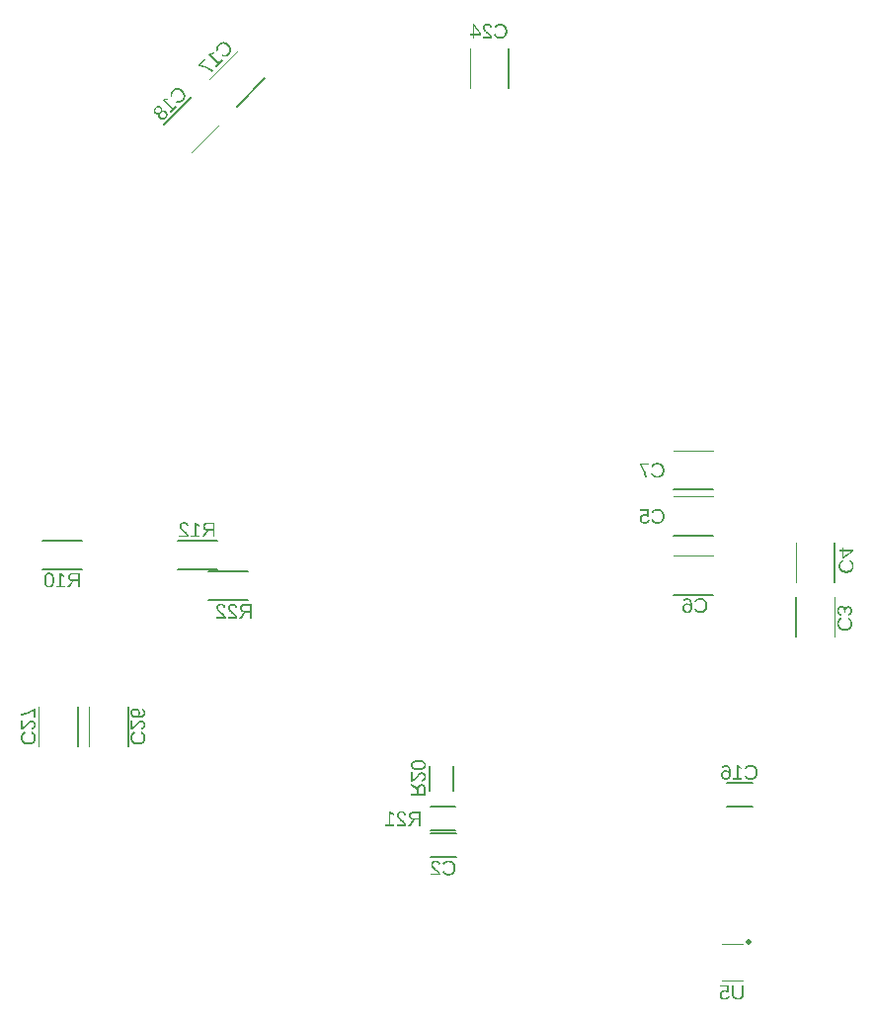
<source format=gbo>
G04 EAGLE Gerber RS-274X export*
G75*
%MOMM*%
%FSLAX34Y34*%
%LPD*%
%INSilkscreen Bottom*%
%IPPOS*%
%AMOC8*
5,1,8,0,0,1.08239X$1,22.5*%
G01*
G04 Define Apertures*
%ADD10C,0.127000*%
%ADD11C,0.120000*%
%ADD12C,0.500000*%
G36*
X792928Y357748D02*
X793282Y357767D01*
X793626Y357798D01*
X793960Y357842D01*
X794284Y357898D01*
X794598Y357966D01*
X794902Y358047D01*
X795196Y358141D01*
X795480Y358247D01*
X795754Y358365D01*
X796272Y358639D01*
X796751Y358963D01*
X797189Y359336D01*
X797581Y359754D01*
X797921Y360210D01*
X798071Y360452D01*
X798208Y360704D01*
X798332Y360966D01*
X798443Y361237D01*
X798542Y361517D01*
X798626Y361808D01*
X798698Y362108D01*
X798757Y362417D01*
X798803Y362736D01*
X798836Y363065D01*
X798855Y363403D01*
X798862Y363751D01*
X798850Y364233D01*
X798814Y364695D01*
X798753Y365137D01*
X798669Y365559D01*
X798561Y365961D01*
X798428Y366342D01*
X798272Y366703D01*
X798091Y367044D01*
X797887Y367363D01*
X797659Y367661D01*
X797408Y367937D01*
X797134Y368191D01*
X796837Y368423D01*
X796516Y368633D01*
X796172Y368822D01*
X795805Y368988D01*
X795279Y367403D01*
X795541Y367287D01*
X795786Y367156D01*
X796016Y367008D01*
X796230Y366843D01*
X796428Y366663D01*
X796610Y366466D01*
X796776Y366253D01*
X796926Y366023D01*
X797060Y365780D01*
X797175Y365526D01*
X797273Y365261D01*
X797353Y364984D01*
X797415Y364697D01*
X797460Y364398D01*
X797486Y364089D01*
X797495Y363768D01*
X797475Y363270D01*
X797413Y362800D01*
X797310Y362359D01*
X797166Y361946D01*
X796980Y361562D01*
X796754Y361206D01*
X796486Y360879D01*
X796177Y360580D01*
X795832Y360313D01*
X795457Y360082D01*
X795051Y359886D01*
X794615Y359726D01*
X794148Y359601D01*
X793651Y359512D01*
X793123Y359459D01*
X792564Y359441D01*
X792011Y359460D01*
X791486Y359515D01*
X790988Y359608D01*
X790518Y359738D01*
X790076Y359905D01*
X789662Y360109D01*
X789275Y360350D01*
X788916Y360628D01*
X788593Y360938D01*
X788313Y361274D01*
X788076Y361636D01*
X787882Y362024D01*
X787731Y362438D01*
X787623Y362879D01*
X787558Y363345D01*
X787537Y363838D01*
X787547Y364157D01*
X787577Y364466D01*
X787627Y364765D01*
X787697Y365054D01*
X787788Y365333D01*
X787898Y365601D01*
X788028Y365860D01*
X788178Y366109D01*
X788349Y366347D01*
X788539Y366576D01*
X788750Y366794D01*
X788980Y367003D01*
X789231Y367201D01*
X789502Y367389D01*
X789792Y367567D01*
X790103Y367736D01*
X789420Y369102D01*
X789033Y368902D01*
X788671Y368682D01*
X788332Y368444D01*
X788016Y368186D01*
X787725Y367908D01*
X787458Y367612D01*
X787214Y367296D01*
X786994Y366961D01*
X786799Y366609D01*
X786630Y366243D01*
X786487Y365864D01*
X786370Y365470D01*
X786279Y365063D01*
X786214Y364643D01*
X786175Y364208D01*
X786162Y363759D01*
X786174Y363301D01*
X786210Y362858D01*
X786271Y362431D01*
X786356Y362020D01*
X786465Y361624D01*
X786598Y361244D01*
X786755Y360880D01*
X786937Y360532D01*
X787141Y360201D01*
X787366Y359891D01*
X787612Y359601D01*
X787879Y359332D01*
X788166Y359082D01*
X788474Y358853D01*
X788803Y358645D01*
X789153Y358456D01*
X789521Y358289D01*
X789906Y358144D01*
X790308Y358021D01*
X790726Y357921D01*
X791161Y357843D01*
X791612Y357787D01*
X792080Y357753D01*
X792564Y357742D01*
X792928Y357748D01*
G37*
G36*
X789656Y372112D02*
X789391Y372160D01*
X789143Y372223D01*
X788912Y372303D01*
X788699Y372399D01*
X788502Y372510D01*
X788322Y372638D01*
X788160Y372782D01*
X788014Y372942D01*
X787886Y373118D01*
X787775Y373310D01*
X787681Y373519D01*
X787604Y373743D01*
X787544Y373983D01*
X787501Y374240D01*
X787475Y374512D01*
X787467Y374801D01*
X787476Y375091D01*
X787504Y375365D01*
X787549Y375622D01*
X787614Y375864D01*
X787696Y376090D01*
X787797Y376300D01*
X787916Y376493D01*
X788054Y376671D01*
X788209Y376830D01*
X788383Y376968D01*
X788574Y377085D01*
X788783Y377180D01*
X789010Y377254D01*
X789254Y377307D01*
X789516Y377339D01*
X789797Y377350D01*
X790042Y377338D01*
X790273Y377301D01*
X790490Y377241D01*
X790693Y377156D01*
X790883Y377047D01*
X791059Y376914D01*
X791221Y376756D01*
X791369Y376575D01*
X791501Y376370D01*
X791616Y376144D01*
X791713Y375897D01*
X791792Y375628D01*
X791854Y375337D01*
X791898Y375025D01*
X791925Y374692D01*
X791934Y374337D01*
X791934Y373444D01*
X793300Y373444D01*
X793300Y374302D01*
X793309Y374617D01*
X793335Y374914D01*
X793379Y375192D01*
X793441Y375453D01*
X793521Y375695D01*
X793618Y375919D01*
X793733Y376124D01*
X793865Y376312D01*
X794013Y376479D01*
X794175Y376624D01*
X794350Y376747D01*
X794538Y376847D01*
X794740Y376925D01*
X794956Y376981D01*
X795186Y377015D01*
X795428Y377026D01*
X795669Y377017D01*
X795897Y376989D01*
X796112Y376944D01*
X796314Y376880D01*
X796503Y376798D01*
X796679Y376698D01*
X796842Y376580D01*
X796992Y376443D01*
X797126Y376289D01*
X797243Y376117D01*
X797341Y375927D01*
X797422Y375720D01*
X797485Y375495D01*
X797530Y375252D01*
X797556Y374992D01*
X797565Y374714D01*
X797557Y374459D01*
X797532Y374217D01*
X797490Y373988D01*
X797432Y373771D01*
X797357Y373566D01*
X797265Y373374D01*
X797156Y373195D01*
X797031Y373028D01*
X796891Y372875D01*
X796737Y372739D01*
X796569Y372620D01*
X796387Y372518D01*
X796192Y372433D01*
X795983Y372365D01*
X795761Y372313D01*
X795525Y372279D01*
X795647Y370693D01*
X796016Y370751D01*
X796363Y370838D01*
X796690Y370952D01*
X796996Y371095D01*
X797281Y371266D01*
X797546Y371466D01*
X797789Y371694D01*
X798012Y371950D01*
X798211Y372230D01*
X798384Y372530D01*
X798530Y372848D01*
X798649Y373186D01*
X798742Y373544D01*
X798809Y373920D01*
X798848Y374316D01*
X798862Y374731D01*
X798848Y375182D01*
X798808Y375608D01*
X798740Y376007D01*
X798646Y376381D01*
X798525Y376729D01*
X798376Y377051D01*
X798201Y377347D01*
X797999Y377617D01*
X797773Y377858D01*
X797525Y378067D01*
X797257Y378244D01*
X796967Y378389D01*
X796655Y378501D01*
X796323Y378582D01*
X795970Y378630D01*
X795595Y378646D01*
X795306Y378636D01*
X795031Y378605D01*
X794770Y378553D01*
X794523Y378481D01*
X794290Y378388D01*
X794070Y378274D01*
X793864Y378140D01*
X793672Y377985D01*
X793495Y377810D01*
X793332Y377617D01*
X793184Y377405D01*
X793052Y377174D01*
X792934Y376924D01*
X792831Y376655D01*
X792743Y376368D01*
X792669Y376062D01*
X792634Y376062D01*
X792587Y376399D01*
X792521Y376716D01*
X792434Y377014D01*
X792328Y377293D01*
X792202Y377553D01*
X792056Y377793D01*
X791891Y378015D01*
X791706Y378217D01*
X791505Y378398D01*
X791291Y378554D01*
X791065Y378687D01*
X790826Y378795D01*
X790574Y378879D01*
X790310Y378940D01*
X790033Y378976D01*
X789744Y378988D01*
X789329Y378971D01*
X788938Y378920D01*
X788572Y378835D01*
X788229Y378716D01*
X787910Y378563D01*
X787616Y378377D01*
X787345Y378156D01*
X787099Y377902D01*
X786879Y377616D01*
X786689Y377301D01*
X786528Y376957D01*
X786396Y376583D01*
X786294Y376181D01*
X786220Y375750D01*
X786177Y375290D01*
X786162Y374801D01*
X786175Y374344D01*
X786215Y373911D01*
X786281Y373502D01*
X786373Y373116D01*
X786492Y372754D01*
X786637Y372416D01*
X786809Y372101D01*
X787007Y371810D01*
X787231Y371545D01*
X787480Y371308D01*
X787755Y371100D01*
X788055Y370920D01*
X788380Y370768D01*
X788731Y370645D01*
X789106Y370550D01*
X789508Y370483D01*
X789656Y372112D01*
G37*
G36*
X799948Y425391D02*
X799948Y427046D01*
X791645Y427046D01*
X791645Y428780D01*
X790401Y428780D01*
X790401Y427046D01*
X787607Y427046D01*
X787607Y425557D01*
X790401Y425557D01*
X790401Y419742D01*
X791627Y419742D01*
X799948Y425391D01*
G37*
%LPC*%
G36*
X791645Y425557D02*
X798170Y425557D01*
X797706Y425312D01*
X797128Y424971D01*
X792468Y421809D01*
X791820Y421336D01*
X791645Y421196D01*
X791645Y425557D01*
G37*
%LPD*%
G36*
X794198Y407278D02*
X794552Y407297D01*
X794896Y407328D01*
X795230Y407372D01*
X795554Y407428D01*
X795868Y407496D01*
X796172Y407577D01*
X796466Y407671D01*
X796750Y407777D01*
X797024Y407895D01*
X797542Y408169D01*
X798021Y408493D01*
X798459Y408866D01*
X798851Y409284D01*
X799191Y409740D01*
X799341Y409982D01*
X799478Y410234D01*
X799602Y410496D01*
X799713Y410767D01*
X799812Y411047D01*
X799896Y411338D01*
X799968Y411638D01*
X800027Y411947D01*
X800073Y412266D01*
X800106Y412595D01*
X800125Y412933D01*
X800132Y413281D01*
X800120Y413763D01*
X800084Y414225D01*
X800023Y414667D01*
X799939Y415089D01*
X799831Y415491D01*
X799698Y415872D01*
X799542Y416233D01*
X799361Y416574D01*
X799157Y416893D01*
X798929Y417191D01*
X798678Y417467D01*
X798404Y417721D01*
X798107Y417953D01*
X797786Y418163D01*
X797442Y418352D01*
X797075Y418518D01*
X796549Y416933D01*
X796811Y416817D01*
X797056Y416686D01*
X797286Y416538D01*
X797500Y416373D01*
X797698Y416193D01*
X797880Y415996D01*
X798046Y415783D01*
X798196Y415553D01*
X798330Y415310D01*
X798445Y415056D01*
X798543Y414791D01*
X798623Y414514D01*
X798685Y414227D01*
X798730Y413928D01*
X798756Y413619D01*
X798765Y413298D01*
X798745Y412800D01*
X798683Y412330D01*
X798580Y411889D01*
X798436Y411476D01*
X798250Y411092D01*
X798024Y410736D01*
X797756Y410409D01*
X797447Y410110D01*
X797102Y409843D01*
X796727Y409612D01*
X796321Y409416D01*
X795885Y409256D01*
X795418Y409131D01*
X794921Y409042D01*
X794393Y408989D01*
X793834Y408971D01*
X793281Y408990D01*
X792756Y409045D01*
X792258Y409138D01*
X791788Y409268D01*
X791346Y409435D01*
X790932Y409639D01*
X790545Y409880D01*
X790186Y410158D01*
X789863Y410468D01*
X789583Y410804D01*
X789346Y411166D01*
X789152Y411554D01*
X789001Y411968D01*
X788893Y412409D01*
X788828Y412875D01*
X788807Y413368D01*
X788817Y413687D01*
X788847Y413996D01*
X788897Y414295D01*
X788967Y414584D01*
X789058Y414863D01*
X789168Y415131D01*
X789298Y415390D01*
X789448Y415639D01*
X789619Y415877D01*
X789809Y416106D01*
X790020Y416324D01*
X790250Y416533D01*
X790501Y416731D01*
X790772Y416919D01*
X791062Y417097D01*
X791373Y417266D01*
X790690Y418632D01*
X790303Y418432D01*
X789941Y418212D01*
X789602Y417974D01*
X789286Y417716D01*
X788995Y417438D01*
X788728Y417142D01*
X788484Y416826D01*
X788264Y416491D01*
X788069Y416139D01*
X787900Y415773D01*
X787757Y415394D01*
X787640Y415000D01*
X787549Y414593D01*
X787484Y414173D01*
X787445Y413738D01*
X787432Y413289D01*
X787444Y412831D01*
X787480Y412388D01*
X787541Y411961D01*
X787626Y411550D01*
X787735Y411154D01*
X787868Y410774D01*
X788025Y410410D01*
X788207Y410062D01*
X788411Y409731D01*
X788636Y409421D01*
X788882Y409131D01*
X789149Y408862D01*
X789436Y408612D01*
X789744Y408383D01*
X790073Y408175D01*
X790423Y407986D01*
X790791Y407819D01*
X791176Y407674D01*
X791578Y407551D01*
X791996Y407451D01*
X792431Y407373D01*
X792882Y407317D01*
X793350Y407283D01*
X793834Y407272D01*
X794198Y407278D01*
G37*
G36*
X632341Y449417D02*
X632783Y449453D01*
X633210Y449514D01*
X633622Y449599D01*
X634017Y449708D01*
X634397Y449841D01*
X634761Y449998D01*
X635110Y450180D01*
X635440Y450384D01*
X635750Y450609D01*
X636040Y450855D01*
X636309Y451122D01*
X636559Y451409D01*
X636788Y451717D01*
X636997Y452046D01*
X637185Y452396D01*
X637353Y452764D01*
X637498Y453149D01*
X637620Y453551D01*
X637721Y453969D01*
X637799Y454404D01*
X637855Y454855D01*
X637888Y455323D01*
X637899Y455807D01*
X637893Y456171D01*
X637874Y456525D01*
X637843Y456869D01*
X637800Y457203D01*
X637743Y457527D01*
X637675Y457841D01*
X637594Y458145D01*
X637501Y458439D01*
X637395Y458723D01*
X637276Y458997D01*
X637002Y459515D01*
X636679Y459994D01*
X636305Y460432D01*
X635887Y460824D01*
X635431Y461164D01*
X635189Y461314D01*
X634937Y461451D01*
X634676Y461575D01*
X634404Y461686D01*
X634124Y461785D01*
X633834Y461869D01*
X633534Y461941D01*
X633224Y462000D01*
X632905Y462046D01*
X632577Y462079D01*
X632239Y462098D01*
X631891Y462105D01*
X631408Y462093D01*
X630946Y462057D01*
X630504Y461996D01*
X630082Y461912D01*
X629681Y461804D01*
X629299Y461671D01*
X628938Y461515D01*
X628598Y461334D01*
X628278Y461130D01*
X627980Y460902D01*
X627704Y460651D01*
X627450Y460377D01*
X627218Y460080D01*
X627008Y459759D01*
X626820Y459415D01*
X626653Y459048D01*
X628238Y458522D01*
X628354Y458784D01*
X628486Y459029D01*
X628634Y459259D01*
X628798Y459473D01*
X628978Y459671D01*
X629175Y459853D01*
X629389Y460019D01*
X629618Y460169D01*
X629861Y460303D01*
X630115Y460418D01*
X630381Y460516D01*
X630657Y460596D01*
X630944Y460658D01*
X631243Y460703D01*
X631553Y460729D01*
X631873Y460738D01*
X632371Y460718D01*
X632841Y460656D01*
X633282Y460553D01*
X633695Y460409D01*
X634079Y460223D01*
X634435Y459997D01*
X634762Y459729D01*
X635061Y459420D01*
X635328Y459075D01*
X635560Y458700D01*
X635755Y458294D01*
X635915Y457858D01*
X636040Y457391D01*
X636129Y456894D01*
X636182Y456366D01*
X636200Y455807D01*
X636181Y455254D01*
X636126Y454729D01*
X636033Y454231D01*
X635903Y453761D01*
X635736Y453319D01*
X635532Y452905D01*
X635291Y452518D01*
X635013Y452159D01*
X634703Y451836D01*
X634368Y451556D01*
X634005Y451319D01*
X633617Y451125D01*
X633203Y450974D01*
X632763Y450866D01*
X632296Y450801D01*
X631803Y450780D01*
X631484Y450790D01*
X631175Y450820D01*
X630876Y450870D01*
X630587Y450940D01*
X630309Y451031D01*
X630040Y451141D01*
X629781Y451271D01*
X629533Y451421D01*
X629294Y451592D01*
X629065Y451782D01*
X628847Y451993D01*
X628639Y452223D01*
X628440Y452474D01*
X628252Y452745D01*
X628074Y453035D01*
X627906Y453346D01*
X626539Y452663D01*
X626739Y452276D01*
X626959Y451914D01*
X627198Y451575D01*
X627456Y451259D01*
X627733Y450968D01*
X628030Y450701D01*
X628346Y450457D01*
X628681Y450237D01*
X629033Y450042D01*
X629398Y449873D01*
X629778Y449730D01*
X630171Y449613D01*
X630578Y449522D01*
X630999Y449457D01*
X631433Y449418D01*
X631882Y449405D01*
X632341Y449417D01*
G37*
G36*
X621419Y449417D02*
X621819Y449452D01*
X622198Y449511D01*
X622557Y449593D01*
X622895Y449699D01*
X623212Y449829D01*
X623508Y449982D01*
X623783Y450158D01*
X624036Y450357D01*
X624264Y450577D01*
X624468Y450818D01*
X624648Y451080D01*
X624803Y451363D01*
X624934Y451667D01*
X625041Y451993D01*
X625123Y452339D01*
X623529Y452523D01*
X623460Y452301D01*
X623380Y452094D01*
X623287Y451901D01*
X623181Y451722D01*
X623064Y451558D01*
X622934Y451407D01*
X622792Y451272D01*
X622638Y451150D01*
X622471Y451043D01*
X622293Y450950D01*
X622102Y450871D01*
X621898Y450807D01*
X621683Y450757D01*
X621455Y450721D01*
X621215Y450699D01*
X620963Y450692D01*
X620654Y450704D01*
X620362Y450740D01*
X620088Y450800D01*
X619831Y450884D01*
X619591Y450992D01*
X619368Y451123D01*
X619163Y451279D01*
X618975Y451459D01*
X618806Y451659D01*
X618660Y451878D01*
X618537Y452114D01*
X618436Y452369D01*
X618357Y452641D01*
X618301Y452931D01*
X618268Y453239D01*
X618256Y453565D01*
X618268Y453849D01*
X618302Y454120D01*
X618358Y454376D01*
X618437Y454618D01*
X618539Y454847D01*
X618663Y455061D01*
X618810Y455262D01*
X618979Y455448D01*
X619167Y455617D01*
X619372Y455762D01*
X619592Y455886D01*
X619827Y455987D01*
X620079Y456065D01*
X620346Y456122D01*
X620629Y456155D01*
X620928Y456166D01*
X621242Y456154D01*
X621545Y456116D01*
X621838Y456053D01*
X622119Y455965D01*
X622395Y455847D01*
X622671Y455693D01*
X622947Y455505D01*
X623222Y455282D01*
X624764Y455282D01*
X624352Y461921D01*
X617337Y461921D01*
X617337Y460581D01*
X622916Y460581D01*
X623152Y456666D01*
X622888Y456850D01*
X622609Y457011D01*
X622314Y457146D01*
X622003Y457257D01*
X621676Y457343D01*
X621334Y457405D01*
X620977Y457442D01*
X620604Y457454D01*
X620160Y457437D01*
X619739Y457387D01*
X619341Y457304D01*
X618967Y457187D01*
X618616Y457037D01*
X618287Y456853D01*
X617982Y456636D01*
X617700Y456385D01*
X617447Y456108D01*
X617227Y455811D01*
X617041Y455493D01*
X616889Y455155D01*
X616771Y454797D01*
X616686Y454418D01*
X616635Y454019D01*
X616619Y453600D01*
X616637Y453125D01*
X616691Y452676D01*
X616782Y452252D01*
X616909Y451855D01*
X617072Y451484D01*
X617271Y451138D01*
X617507Y450819D01*
X617779Y450526D01*
X618083Y450263D01*
X618415Y450035D01*
X618776Y449843D01*
X619164Y449685D01*
X619580Y449563D01*
X620025Y449475D01*
X620497Y449422D01*
X620998Y449405D01*
X621419Y449417D01*
G37*
G36*
X657764Y373004D02*
X658013Y373022D01*
X658488Y373095D01*
X658933Y373216D01*
X659347Y373385D01*
X659730Y373603D01*
X660082Y373870D01*
X660404Y374185D01*
X660696Y374548D01*
X660954Y374958D01*
X661178Y375411D01*
X661368Y375909D01*
X661523Y376451D01*
X661644Y377037D01*
X661730Y377667D01*
X661782Y378341D01*
X661799Y379059D01*
X661781Y379837D01*
X661727Y380568D01*
X661638Y381254D01*
X661512Y381892D01*
X661351Y382484D01*
X661154Y383030D01*
X660921Y383529D01*
X660652Y383981D01*
X660350Y384383D01*
X660017Y384732D01*
X659655Y385027D01*
X659261Y385269D01*
X658838Y385456D01*
X658615Y385530D01*
X658384Y385590D01*
X658145Y385637D01*
X657900Y385671D01*
X657646Y385691D01*
X657385Y385698D01*
X657044Y385688D01*
X656719Y385658D01*
X656410Y385609D01*
X656117Y385541D01*
X655840Y385452D01*
X655580Y385344D01*
X655336Y385217D01*
X655108Y385069D01*
X654896Y384902D01*
X654700Y384716D01*
X654520Y384510D01*
X654357Y384284D01*
X654209Y384038D01*
X654078Y383773D01*
X653963Y383488D01*
X653864Y383184D01*
X655370Y382913D01*
X655504Y383266D01*
X655671Y383572D01*
X655874Y383831D01*
X656110Y384042D01*
X656382Y384207D01*
X656687Y384325D01*
X657028Y384395D01*
X657402Y384419D01*
X657730Y384399D01*
X658039Y384340D01*
X658328Y384242D01*
X658599Y384105D01*
X658851Y383928D01*
X659083Y383712D01*
X659297Y383457D01*
X659491Y383162D01*
X659665Y382830D01*
X659815Y382463D01*
X659942Y382061D01*
X660046Y381624D01*
X660127Y381151D01*
X660185Y380644D01*
X660220Y380101D01*
X660231Y379523D01*
X659995Y379898D01*
X659715Y380225D01*
X659391Y380504D01*
X659023Y380736D01*
X658619Y380918D01*
X658186Y381048D01*
X657959Y381094D01*
X657725Y381126D01*
X657484Y381146D01*
X657236Y381152D01*
X656820Y381135D01*
X656426Y381085D01*
X656054Y381002D01*
X655704Y380885D01*
X655376Y380735D01*
X655071Y380551D01*
X654787Y380334D01*
X654525Y380083D01*
X654290Y379805D01*
X654086Y379503D01*
X653914Y379179D01*
X653773Y378831D01*
X653663Y378460D01*
X653585Y378067D01*
X653538Y377650D01*
X653522Y377211D01*
X653539Y376735D01*
X653589Y376286D01*
X653671Y375862D01*
X653787Y375463D01*
X653936Y375091D01*
X654118Y374744D01*
X654334Y374423D01*
X654582Y374128D01*
X654860Y373863D01*
X655162Y373633D01*
X655490Y373439D01*
X655843Y373280D01*
X656222Y373157D01*
X656625Y373068D01*
X657054Y373016D01*
X657507Y372998D01*
X657764Y373004D01*
G37*
%LPC*%
G36*
X657283Y374280D02*
X657021Y374316D01*
X656775Y374376D01*
X656544Y374459D01*
X656328Y374567D01*
X656128Y374699D01*
X655943Y374855D01*
X655773Y375034D01*
X655621Y375235D01*
X655490Y375453D01*
X655378Y375690D01*
X655287Y375944D01*
X655216Y376216D01*
X655166Y376506D01*
X655135Y376815D01*
X655125Y377141D01*
X655135Y377466D01*
X655166Y377772D01*
X655218Y378059D01*
X655289Y378327D01*
X655382Y378576D01*
X655495Y378806D01*
X655628Y379016D01*
X655782Y379208D01*
X655954Y379378D01*
X656143Y379526D01*
X656347Y379651D01*
X656568Y379753D01*
X656805Y379832D01*
X657058Y379889D01*
X657327Y379923D01*
X657613Y379935D01*
X657882Y379925D01*
X658138Y379894D01*
X658381Y379844D01*
X658610Y379774D01*
X658826Y379683D01*
X659029Y379572D01*
X659219Y379442D01*
X659395Y379291D01*
X659554Y379122D01*
X659692Y378939D01*
X659809Y378740D01*
X659904Y378526D01*
X659978Y378296D01*
X660031Y378052D01*
X660063Y377792D01*
X660074Y377517D01*
X660063Y377168D01*
X660030Y376836D01*
X659975Y376519D01*
X659897Y376219D01*
X659798Y375935D01*
X659677Y375666D01*
X659534Y375415D01*
X659369Y375179D01*
X659186Y374965D01*
X658991Y374780D01*
X658784Y374624D01*
X658564Y374496D01*
X658332Y374396D01*
X658087Y374325D01*
X657830Y374282D01*
X657560Y374268D01*
X657283Y374280D01*
G37*
%LPD*%
G36*
X669209Y373010D02*
X669652Y373046D01*
X670079Y373107D01*
X670490Y373192D01*
X670886Y373301D01*
X671266Y373434D01*
X671630Y373591D01*
X671978Y373773D01*
X672309Y373977D01*
X672619Y374202D01*
X672909Y374448D01*
X673178Y374715D01*
X673428Y375002D01*
X673657Y375310D01*
X673865Y375639D01*
X674054Y375989D01*
X674221Y376357D01*
X674366Y376742D01*
X674489Y377144D01*
X674589Y377562D01*
X674668Y377997D01*
X674723Y378448D01*
X674757Y378916D01*
X674768Y379400D01*
X674762Y379764D01*
X674743Y380118D01*
X674712Y380462D01*
X674668Y380796D01*
X674612Y381120D01*
X674544Y381434D01*
X674463Y381738D01*
X674369Y382032D01*
X674264Y382316D01*
X674145Y382590D01*
X673871Y383108D01*
X673547Y383587D01*
X673174Y384025D01*
X672756Y384417D01*
X672300Y384757D01*
X672058Y384907D01*
X671806Y385044D01*
X671544Y385168D01*
X671273Y385279D01*
X670993Y385378D01*
X670702Y385462D01*
X670402Y385534D01*
X670093Y385593D01*
X669774Y385639D01*
X669445Y385672D01*
X669107Y385691D01*
X668760Y385698D01*
X668277Y385686D01*
X667815Y385650D01*
X667373Y385589D01*
X666951Y385505D01*
X666549Y385397D01*
X666168Y385264D01*
X665807Y385108D01*
X665466Y384927D01*
X665147Y384723D01*
X664849Y384495D01*
X664573Y384244D01*
X664319Y383970D01*
X664087Y383673D01*
X663877Y383352D01*
X663688Y383008D01*
X663522Y382641D01*
X665107Y382115D01*
X665223Y382377D01*
X665354Y382622D01*
X665502Y382852D01*
X665667Y383066D01*
X665847Y383264D01*
X666044Y383446D01*
X666257Y383612D01*
X666487Y383762D01*
X666730Y383896D01*
X666984Y384011D01*
X667249Y384109D01*
X667526Y384189D01*
X667813Y384251D01*
X668112Y384296D01*
X668421Y384322D01*
X668742Y384331D01*
X669240Y384311D01*
X669710Y384249D01*
X670151Y384146D01*
X670564Y384002D01*
X670948Y383816D01*
X671304Y383590D01*
X671631Y383322D01*
X671930Y383013D01*
X672197Y382668D01*
X672428Y382293D01*
X672624Y381887D01*
X672784Y381451D01*
X672909Y380984D01*
X672998Y380487D01*
X673051Y379959D01*
X673069Y379400D01*
X673050Y378847D01*
X672995Y378322D01*
X672902Y377824D01*
X672772Y377354D01*
X672605Y376912D01*
X672401Y376498D01*
X672160Y376111D01*
X671882Y375752D01*
X671572Y375429D01*
X671236Y375149D01*
X670874Y374912D01*
X670486Y374718D01*
X670072Y374567D01*
X669631Y374459D01*
X669165Y374394D01*
X668672Y374373D01*
X668353Y374383D01*
X668044Y374413D01*
X667745Y374463D01*
X667456Y374533D01*
X667177Y374624D01*
X666909Y374734D01*
X666650Y374864D01*
X666401Y375014D01*
X666163Y375185D01*
X665934Y375375D01*
X665716Y375586D01*
X665507Y375816D01*
X665309Y376067D01*
X665121Y376338D01*
X664943Y376628D01*
X664774Y376939D01*
X663408Y376256D01*
X663608Y375869D01*
X663828Y375507D01*
X664066Y375168D01*
X664324Y374852D01*
X664602Y374561D01*
X664898Y374294D01*
X665214Y374050D01*
X665550Y373830D01*
X665901Y373635D01*
X666267Y373466D01*
X666646Y373323D01*
X667040Y373206D01*
X667447Y373115D01*
X667868Y373050D01*
X668302Y373011D01*
X668751Y372998D01*
X669209Y373010D01*
G37*
G36*
X632341Y488787D02*
X632783Y488823D01*
X633210Y488884D01*
X633622Y488969D01*
X634017Y489078D01*
X634397Y489211D01*
X634761Y489368D01*
X635110Y489550D01*
X635440Y489754D01*
X635750Y489979D01*
X636040Y490225D01*
X636309Y490492D01*
X636559Y490779D01*
X636788Y491087D01*
X636997Y491416D01*
X637185Y491766D01*
X637353Y492134D01*
X637498Y492519D01*
X637620Y492921D01*
X637721Y493339D01*
X637799Y493774D01*
X637855Y494225D01*
X637888Y494693D01*
X637899Y495177D01*
X637893Y495541D01*
X637874Y495895D01*
X637843Y496239D01*
X637800Y496573D01*
X637743Y496897D01*
X637675Y497211D01*
X637594Y497515D01*
X637501Y497809D01*
X637395Y498093D01*
X637276Y498367D01*
X637002Y498885D01*
X636679Y499364D01*
X636305Y499802D01*
X635887Y500194D01*
X635431Y500534D01*
X635189Y500684D01*
X634937Y500821D01*
X634676Y500945D01*
X634404Y501056D01*
X634124Y501155D01*
X633834Y501239D01*
X633534Y501311D01*
X633224Y501370D01*
X632905Y501416D01*
X632577Y501449D01*
X632239Y501468D01*
X631891Y501475D01*
X631408Y501463D01*
X630946Y501427D01*
X630504Y501366D01*
X630082Y501282D01*
X629681Y501174D01*
X629299Y501041D01*
X628938Y500885D01*
X628598Y500704D01*
X628278Y500500D01*
X627980Y500272D01*
X627704Y500021D01*
X627450Y499747D01*
X627218Y499450D01*
X627008Y499129D01*
X626820Y498785D01*
X626653Y498418D01*
X628238Y497892D01*
X628354Y498154D01*
X628486Y498399D01*
X628634Y498629D01*
X628798Y498843D01*
X628978Y499041D01*
X629175Y499223D01*
X629389Y499389D01*
X629618Y499539D01*
X629861Y499673D01*
X630115Y499788D01*
X630381Y499886D01*
X630657Y499966D01*
X630944Y500028D01*
X631243Y500073D01*
X631553Y500099D01*
X631873Y500108D01*
X632371Y500088D01*
X632841Y500026D01*
X633282Y499923D01*
X633695Y499779D01*
X634079Y499593D01*
X634435Y499367D01*
X634762Y499099D01*
X635061Y498790D01*
X635328Y498445D01*
X635560Y498070D01*
X635755Y497664D01*
X635915Y497228D01*
X636040Y496761D01*
X636129Y496264D01*
X636182Y495736D01*
X636200Y495177D01*
X636181Y494624D01*
X636126Y494099D01*
X636033Y493601D01*
X635903Y493131D01*
X635736Y492689D01*
X635532Y492275D01*
X635291Y491888D01*
X635013Y491529D01*
X634703Y491206D01*
X634368Y490926D01*
X634005Y490689D01*
X633617Y490495D01*
X633203Y490344D01*
X632763Y490236D01*
X632296Y490171D01*
X631803Y490150D01*
X631484Y490160D01*
X631175Y490190D01*
X630876Y490240D01*
X630587Y490310D01*
X630309Y490401D01*
X630040Y490511D01*
X629781Y490641D01*
X629533Y490791D01*
X629294Y490962D01*
X629065Y491152D01*
X628847Y491363D01*
X628639Y491593D01*
X628440Y491844D01*
X628252Y492115D01*
X628074Y492405D01*
X627906Y492716D01*
X626539Y492033D01*
X626739Y491646D01*
X626959Y491284D01*
X627198Y490945D01*
X627456Y490629D01*
X627733Y490338D01*
X628030Y490071D01*
X628346Y489827D01*
X628681Y489607D01*
X629033Y489412D01*
X629398Y489243D01*
X629778Y489100D01*
X630171Y488983D01*
X630578Y488892D01*
X630999Y488827D01*
X631433Y488788D01*
X631882Y488775D01*
X632341Y488787D01*
G37*
G36*
X622629Y489545D02*
X622582Y490148D01*
X622503Y490759D01*
X622394Y491377D01*
X622253Y492004D01*
X622080Y492638D01*
X621877Y493280D01*
X621642Y493929D01*
X621370Y494595D01*
X621056Y495286D01*
X620700Y496002D01*
X620303Y496742D01*
X619863Y497507D01*
X619381Y498297D01*
X618857Y499111D01*
X618291Y499951D01*
X624922Y499951D01*
X624922Y501291D01*
X616767Y501291D01*
X616767Y500012D01*
X617644Y498645D01*
X618381Y497435D01*
X618980Y496381D01*
X619439Y495484D01*
X619804Y494668D01*
X620121Y493857D01*
X620389Y493052D01*
X620608Y492252D01*
X620779Y491448D01*
X620900Y490629D01*
X620973Y489797D01*
X620992Y489375D01*
X620998Y488950D01*
X622644Y488950D01*
X622629Y489545D01*
G37*
G36*
X701399Y41743D02*
X701760Y41769D01*
X702109Y41812D01*
X702445Y41873D01*
X702770Y41950D01*
X703082Y42045D01*
X703383Y42157D01*
X703671Y42287D01*
X703946Y42432D01*
X704205Y42594D01*
X704447Y42771D01*
X704674Y42963D01*
X704885Y43171D01*
X705080Y43395D01*
X705260Y43634D01*
X705423Y43889D01*
X705569Y44158D01*
X705695Y44440D01*
X705802Y44734D01*
X705889Y45041D01*
X705957Y45361D01*
X706006Y45693D01*
X706035Y46037D01*
X706045Y46394D01*
X706045Y54251D01*
X704372Y54251D01*
X704372Y46535D01*
X704359Y46125D01*
X704318Y45740D01*
X704251Y45381D01*
X704157Y45048D01*
X704037Y44740D01*
X703889Y44457D01*
X703715Y44200D01*
X703514Y43968D01*
X703287Y43763D01*
X703037Y43585D01*
X702763Y43435D01*
X702465Y43311D01*
X702143Y43216D01*
X701798Y43147D01*
X701428Y43106D01*
X701035Y43092D01*
X700631Y43107D01*
X700249Y43149D01*
X699891Y43220D01*
X699556Y43319D01*
X699244Y43447D01*
X698955Y43602D01*
X698689Y43786D01*
X698447Y43999D01*
X698230Y44239D01*
X698043Y44504D01*
X697884Y44796D01*
X697754Y45115D01*
X697653Y45459D01*
X697581Y45829D01*
X697537Y46226D01*
X697523Y46648D01*
X697523Y54251D01*
X695859Y54251D01*
X695859Y46552D01*
X695869Y46184D01*
X695898Y45829D01*
X695948Y45487D01*
X696017Y45157D01*
X696107Y44841D01*
X696216Y44537D01*
X696345Y44246D01*
X696494Y43968D01*
X696661Y43705D01*
X696844Y43457D01*
X697044Y43226D01*
X697260Y43010D01*
X697493Y42811D01*
X697742Y42627D01*
X698007Y42460D01*
X698289Y42309D01*
X698586Y42174D01*
X698895Y42058D01*
X699218Y41959D01*
X699554Y41878D01*
X699902Y41816D01*
X700264Y41771D01*
X700639Y41744D01*
X701026Y41735D01*
X701399Y41743D01*
G37*
G36*
X690038Y41747D02*
X690438Y41782D01*
X690817Y41841D01*
X691176Y41923D01*
X691513Y42029D01*
X691830Y42159D01*
X692126Y42312D01*
X692402Y42488D01*
X692655Y42687D01*
X692883Y42907D01*
X693087Y43148D01*
X693267Y43410D01*
X693422Y43693D01*
X693553Y43997D01*
X693660Y44323D01*
X693742Y44669D01*
X692148Y44853D01*
X692079Y44631D01*
X691998Y44424D01*
X691905Y44231D01*
X691800Y44052D01*
X691683Y43888D01*
X691553Y43737D01*
X691411Y43602D01*
X691257Y43480D01*
X691090Y43373D01*
X690911Y43280D01*
X690720Y43201D01*
X690517Y43137D01*
X690302Y43087D01*
X690074Y43051D01*
X689834Y43029D01*
X689582Y43022D01*
X689273Y43034D01*
X688981Y43070D01*
X688707Y43130D01*
X688449Y43214D01*
X688210Y43322D01*
X687987Y43453D01*
X687782Y43609D01*
X687593Y43789D01*
X687425Y43989D01*
X687279Y44208D01*
X687156Y44444D01*
X687055Y44699D01*
X686976Y44971D01*
X686920Y45261D01*
X686886Y45569D01*
X686875Y45895D01*
X686886Y46179D01*
X686920Y46450D01*
X686977Y46706D01*
X687056Y46948D01*
X687157Y47177D01*
X687282Y47391D01*
X687428Y47592D01*
X687598Y47778D01*
X687786Y47947D01*
X687990Y48092D01*
X688210Y48216D01*
X688446Y48317D01*
X688698Y48395D01*
X688965Y48452D01*
X689248Y48485D01*
X689546Y48496D01*
X689861Y48484D01*
X690164Y48446D01*
X690456Y48383D01*
X690738Y48295D01*
X691014Y48177D01*
X691289Y48023D01*
X691565Y47835D01*
X691841Y47612D01*
X693383Y47612D01*
X692971Y54251D01*
X685955Y54251D01*
X685955Y52911D01*
X691535Y52911D01*
X691771Y48996D01*
X691507Y49180D01*
X691228Y49341D01*
X690932Y49476D01*
X690622Y49587D01*
X690295Y49673D01*
X689953Y49735D01*
X689596Y49772D01*
X689222Y49784D01*
X688779Y49767D01*
X688358Y49717D01*
X687960Y49634D01*
X687586Y49517D01*
X687234Y49367D01*
X686906Y49183D01*
X686601Y48966D01*
X686319Y48715D01*
X686065Y48438D01*
X685846Y48141D01*
X685660Y47823D01*
X685508Y47485D01*
X685389Y47127D01*
X685305Y46748D01*
X685254Y46349D01*
X685237Y45930D01*
X685255Y45455D01*
X685310Y45006D01*
X685400Y44582D01*
X685527Y44185D01*
X685691Y43814D01*
X685890Y43468D01*
X686126Y43149D01*
X686398Y42856D01*
X686702Y42593D01*
X687034Y42365D01*
X687394Y42173D01*
X687783Y42015D01*
X688199Y41893D01*
X688644Y41805D01*
X689116Y41752D01*
X689617Y41735D01*
X690038Y41747D01*
G37*
G36*
X427798Y238341D02*
X428518Y238390D01*
X429188Y238471D01*
X429809Y238585D01*
X430379Y238730D01*
X430900Y238909D01*
X431371Y239120D01*
X431792Y239363D01*
X432164Y239641D01*
X432486Y239957D01*
X432758Y240311D01*
X432981Y240702D01*
X433155Y241131D01*
X433223Y241359D01*
X433279Y241597D01*
X433322Y241845D01*
X433353Y242101D01*
X433372Y242367D01*
X433378Y242643D01*
X433371Y242911D01*
X433353Y243170D01*
X433321Y243421D01*
X433278Y243662D01*
X433221Y243894D01*
X433152Y244118D01*
X432977Y244538D01*
X432752Y244923D01*
X432476Y245271D01*
X432151Y245584D01*
X431775Y245862D01*
X431350Y246105D01*
X430877Y246316D01*
X430356Y246494D01*
X429787Y246640D01*
X429169Y246754D01*
X428504Y246835D01*
X427790Y246883D01*
X427028Y246900D01*
X426278Y246883D01*
X425573Y246832D01*
X424915Y246746D01*
X424302Y246627D01*
X423734Y246474D01*
X423213Y246286D01*
X422737Y246065D01*
X422307Y245809D01*
X421925Y245520D01*
X421594Y245199D01*
X421314Y244845D01*
X421085Y244459D01*
X420907Y244041D01*
X420780Y243590D01*
X420735Y243352D01*
X420703Y243106D01*
X420684Y242852D01*
X420678Y242590D01*
X420684Y242329D01*
X420703Y242075D01*
X420735Y241830D01*
X420779Y241593D01*
X420906Y241143D01*
X421083Y240727D01*
X421311Y240344D01*
X421589Y239994D01*
X421918Y239677D01*
X422298Y239394D01*
X422727Y239143D01*
X423201Y238926D01*
X423723Y238742D01*
X424291Y238592D01*
X424905Y238475D01*
X425566Y238392D01*
X426274Y238342D01*
X427028Y238325D01*
X427798Y238341D01*
G37*
%LPC*%
G36*
X426393Y239929D02*
X425802Y239959D01*
X425255Y240010D01*
X424753Y240080D01*
X424294Y240171D01*
X423880Y240281D01*
X423509Y240412D01*
X423183Y240563D01*
X422897Y240736D01*
X422650Y240932D01*
X422441Y241152D01*
X422270Y241396D01*
X422137Y241664D01*
X422041Y241955D01*
X421984Y242269D01*
X421965Y242608D01*
X421985Y242945D01*
X422043Y243258D01*
X422140Y243548D01*
X422276Y243814D01*
X422451Y244058D01*
X422665Y244278D01*
X422918Y244475D01*
X423209Y244649D01*
X423541Y244801D01*
X423914Y244932D01*
X424329Y245044D01*
X424786Y245135D01*
X425284Y245206D01*
X425823Y245256D01*
X426405Y245287D01*
X427028Y245297D01*
X427673Y245287D01*
X428271Y245258D01*
X428824Y245210D01*
X429331Y245142D01*
X429792Y245056D01*
X430207Y244950D01*
X430576Y244824D01*
X430899Y244679D01*
X431180Y244512D01*
X431424Y244321D01*
X431630Y244104D01*
X431799Y243862D01*
X431930Y243594D01*
X432024Y243302D01*
X432080Y242985D01*
X432099Y242643D01*
X432080Y242292D01*
X432025Y241967D01*
X431933Y241668D01*
X431803Y241394D01*
X431637Y241146D01*
X431434Y240923D01*
X431194Y240726D01*
X430917Y240554D01*
X430597Y240405D01*
X430230Y240276D01*
X429815Y240167D01*
X429353Y240078D01*
X428843Y240008D01*
X428286Y239959D01*
X427681Y239929D01*
X427028Y239919D01*
X426393Y239929D01*
G37*
%LPD*%
G36*
X433194Y221965D02*
X433179Y222472D01*
X433135Y222948D01*
X433063Y223395D01*
X432961Y223812D01*
X432829Y224200D01*
X432669Y224557D01*
X432480Y224886D01*
X432261Y225184D01*
X432016Y225450D01*
X431749Y225680D01*
X431459Y225875D01*
X431145Y226035D01*
X430809Y226159D01*
X430450Y226247D01*
X430069Y226301D01*
X429664Y226318D01*
X429327Y226306D01*
X429004Y226268D01*
X428694Y226206D01*
X428398Y226118D01*
X428116Y226005D01*
X427848Y225867D01*
X427593Y225705D01*
X427352Y225517D01*
X427128Y225307D01*
X426927Y225078D01*
X426746Y224830D01*
X426680Y224719D01*
X426588Y224563D01*
X426451Y224277D01*
X426335Y223972D01*
X426242Y223648D01*
X426169Y223305D01*
X423906Y224797D01*
X420853Y226809D01*
X420853Y224882D01*
X425977Y221676D01*
X425977Y217831D01*
X420853Y217831D01*
X420853Y216158D01*
X433194Y216158D01*
X433194Y221965D01*
G37*
%LPC*%
G36*
X427299Y217831D02*
X427299Y221869D01*
X427309Y222190D01*
X427338Y222493D01*
X427386Y222776D01*
X427454Y223041D01*
X427540Y223288D01*
X427647Y223515D01*
X427772Y223724D01*
X427917Y223914D01*
X428079Y224083D01*
X428256Y224230D01*
X428449Y224354D01*
X428658Y224456D01*
X428882Y224535D01*
X429121Y224591D01*
X429376Y224625D01*
X429647Y224637D01*
X429908Y224625D01*
X430153Y224591D01*
X430383Y224534D01*
X430596Y224454D01*
X430793Y224351D01*
X430974Y224225D01*
X431140Y224077D01*
X431289Y223905D01*
X431421Y223712D01*
X431536Y223499D01*
X431633Y223266D01*
X431713Y223013D01*
X431774Y222740D01*
X431818Y222446D01*
X431845Y222133D01*
X431854Y221799D01*
X431854Y217831D01*
X427299Y217831D01*
G37*
%LPD*%
G36*
X422463Y228793D02*
X422930Y229054D01*
X423367Y229339D01*
X423774Y229648D01*
X424157Y229974D01*
X424521Y230308D01*
X424866Y230651D01*
X425193Y231001D01*
X425805Y231708D01*
X426371Y232407D01*
X426914Y233070D01*
X427457Y233664D01*
X427732Y233931D01*
X428013Y234171D01*
X428301Y234384D01*
X428596Y234570D01*
X428903Y234722D01*
X429231Y234830D01*
X429578Y234895D01*
X429944Y234916D01*
X430191Y234907D01*
X430424Y234879D01*
X430642Y234833D01*
X430846Y234768D01*
X431036Y234684D01*
X431212Y234581D01*
X431374Y234460D01*
X431521Y234321D01*
X431652Y234165D01*
X431766Y233994D01*
X431862Y233809D01*
X431941Y233609D01*
X432003Y233395D01*
X432046Y233166D01*
X432073Y232923D01*
X432081Y232666D01*
X432073Y232419D01*
X432047Y232184D01*
X432004Y231960D01*
X431945Y231747D01*
X431868Y231545D01*
X431774Y231354D01*
X431662Y231174D01*
X431534Y231006D01*
X431390Y230851D01*
X431233Y230713D01*
X431061Y230592D01*
X430876Y230488D01*
X430677Y230401D01*
X430464Y230330D01*
X430237Y230276D01*
X429997Y230239D01*
X430146Y228628D01*
X430506Y228686D01*
X430848Y228772D01*
X431171Y228887D01*
X431475Y229030D01*
X431760Y229201D01*
X432026Y229400D01*
X432273Y229628D01*
X432502Y229885D01*
X432707Y230165D01*
X432885Y230464D01*
X433036Y230783D01*
X433159Y231121D01*
X433255Y231478D01*
X433323Y231855D01*
X433364Y232250D01*
X433378Y232666D01*
X433364Y233118D01*
X433323Y233544D01*
X433254Y233943D01*
X433158Y234315D01*
X433034Y234660D01*
X432883Y234979D01*
X432704Y235270D01*
X432497Y235534D01*
X432266Y235769D01*
X432011Y235973D01*
X431733Y236145D01*
X431432Y236286D01*
X431108Y236396D01*
X430761Y236474D01*
X430390Y236521D01*
X429997Y236537D01*
X429638Y236516D01*
X429281Y236455D01*
X428925Y236352D01*
X428569Y236208D01*
X428215Y236024D01*
X427860Y235800D01*
X427505Y235536D01*
X427150Y235232D01*
X426747Y234834D01*
X426246Y234288D01*
X425648Y233594D01*
X424952Y232753D01*
X424550Y232275D01*
X424169Y231849D01*
X423808Y231474D01*
X423467Y231150D01*
X423140Y230873D01*
X422818Y230638D01*
X422503Y230444D01*
X422193Y230292D01*
X422193Y236729D01*
X420853Y236729D01*
X420853Y228558D01*
X421965Y228558D01*
X422463Y228793D01*
G37*
G36*
X261029Y849354D02*
X261425Y849405D01*
X261817Y849486D01*
X262204Y849597D01*
X262582Y849736D01*
X262951Y849903D01*
X263312Y850099D01*
X263664Y850322D01*
X264008Y850574D01*
X264343Y850853D01*
X264669Y851161D01*
X264985Y851494D01*
X265272Y851833D01*
X265531Y852178D01*
X265762Y852529D01*
X265965Y852885D01*
X266139Y853248D01*
X266285Y853617D01*
X266403Y853992D01*
X266493Y854370D01*
X266553Y854748D01*
X266584Y855127D01*
X266586Y855506D01*
X266559Y855885D01*
X266503Y856265D01*
X266418Y856646D01*
X266304Y857026D01*
X266162Y857405D01*
X265992Y857780D01*
X265795Y858151D01*
X265570Y858517D01*
X265318Y858880D01*
X265038Y859239D01*
X264731Y859593D01*
X264397Y859943D01*
X264135Y860196D01*
X263871Y860433D01*
X263606Y860655D01*
X263339Y860860D01*
X263070Y861049D01*
X262800Y861223D01*
X262528Y861381D01*
X262254Y861523D01*
X261978Y861649D01*
X261701Y861759D01*
X261141Y861931D01*
X260574Y862041D01*
X259999Y862086D01*
X259427Y862068D01*
X258864Y861986D01*
X258587Y861921D01*
X258311Y861840D01*
X258039Y861743D01*
X257768Y861630D01*
X257501Y861500D01*
X257235Y861355D01*
X256972Y861194D01*
X256712Y861017D01*
X256454Y860824D01*
X256199Y860614D01*
X255946Y860389D01*
X255695Y860148D01*
X255363Y859798D01*
X255061Y859446D01*
X254791Y859090D01*
X254553Y858733D01*
X254345Y858372D01*
X254169Y858009D01*
X254025Y857643D01*
X253912Y857274D01*
X253830Y856904D01*
X253780Y856532D01*
X253763Y856160D01*
X253777Y855786D01*
X253823Y855412D01*
X253901Y855036D01*
X254011Y854660D01*
X254153Y854283D01*
X255646Y855032D01*
X255542Y855299D01*
X255462Y855565D01*
X255404Y855832D01*
X255369Y856100D01*
X255357Y856367D01*
X255368Y856635D01*
X255401Y856903D01*
X255457Y857172D01*
X255534Y857438D01*
X255632Y857700D01*
X255751Y857957D01*
X255890Y858209D01*
X256049Y858456D01*
X256228Y858698D01*
X256428Y858936D01*
X256649Y859169D01*
X257016Y859507D01*
X257392Y859795D01*
X257776Y860035D01*
X258170Y860224D01*
X258573Y860365D01*
X258985Y860456D01*
X259406Y860499D01*
X259835Y860492D01*
X260268Y860436D01*
X260697Y860335D01*
X261122Y860186D01*
X261544Y859991D01*
X261962Y859749D01*
X262377Y859460D01*
X262788Y859124D01*
X263195Y858742D01*
X263573Y858338D01*
X263905Y857927D01*
X264192Y857509D01*
X264432Y857085D01*
X264627Y856655D01*
X264776Y856217D01*
X264879Y855774D01*
X264936Y855323D01*
X264945Y854876D01*
X264906Y854440D01*
X264817Y854016D01*
X264680Y853605D01*
X264494Y853205D01*
X264258Y852817D01*
X263974Y852442D01*
X263641Y852078D01*
X263408Y851860D01*
X263169Y851662D01*
X262922Y851486D01*
X262668Y851332D01*
X262407Y851198D01*
X262139Y851086D01*
X261864Y850996D01*
X261582Y850926D01*
X261293Y850878D01*
X260996Y850851D01*
X260693Y850845D01*
X260383Y850861D01*
X260065Y850898D01*
X259741Y850956D01*
X259409Y851036D01*
X259071Y851137D01*
X258587Y849687D01*
X259002Y849556D01*
X259414Y849454D01*
X259823Y849383D01*
X260228Y849343D01*
X260630Y849333D01*
X261029Y849354D01*
G37*
G36*
X259308Y846048D02*
X258360Y846995D01*
X256137Y844772D01*
X249423Y851485D01*
X252799Y852049D01*
X251746Y853102D01*
X248265Y852458D01*
X247237Y851430D01*
X255016Y843651D01*
X252892Y841527D01*
X253839Y840579D01*
X259308Y846048D01*
G37*
G36*
X250964Y837704D02*
X250532Y838114D01*
X250073Y838507D01*
X249586Y838884D01*
X249071Y839243D01*
X248528Y839586D01*
X247958Y839913D01*
X247360Y840223D01*
X246734Y840516D01*
X246071Y840795D01*
X245361Y841061D01*
X244604Y841316D01*
X243799Y841558D01*
X242947Y841788D01*
X242048Y842006D01*
X241101Y842212D01*
X240108Y842405D01*
X244796Y847093D01*
X243848Y848041D01*
X238082Y842275D01*
X238987Y841371D01*
X240573Y841024D01*
X241950Y840689D01*
X243118Y840367D01*
X244078Y840058D01*
X244913Y839739D01*
X245710Y839390D01*
X246469Y839010D01*
X247190Y838599D01*
X247879Y838151D01*
X248544Y837659D01*
X249184Y837122D01*
X249495Y836836D01*
X249800Y836540D01*
X250964Y837704D01*
G37*
G36*
X207569Y795411D02*
X207929Y795455D01*
X208290Y795542D01*
X208650Y795670D01*
X209010Y795840D01*
X209370Y796052D01*
X209730Y796306D01*
X210089Y796603D01*
X210449Y796941D01*
X210779Y797292D01*
X211069Y797644D01*
X211319Y797998D01*
X211530Y798354D01*
X211701Y798711D01*
X211832Y799070D01*
X211924Y799431D01*
X211975Y799793D01*
X211986Y800152D01*
X211955Y800504D01*
X211881Y800849D01*
X211765Y801187D01*
X211608Y801517D01*
X211408Y801841D01*
X211166Y802157D01*
X210882Y802465D01*
X210665Y802667D01*
X210441Y802845D01*
X210211Y802999D01*
X209973Y803129D01*
X209729Y803236D01*
X209478Y803319D01*
X209221Y803378D01*
X208956Y803413D01*
X208691Y803425D01*
X208432Y803414D01*
X208179Y803380D01*
X207931Y803323D01*
X207689Y803243D01*
X207453Y803141D01*
X207223Y803016D01*
X206999Y802868D01*
X206974Y802893D01*
X207100Y803114D01*
X207204Y803338D01*
X207286Y803565D01*
X207347Y803794D01*
X207386Y804027D01*
X207403Y804262D01*
X207399Y804500D01*
X207374Y804741D01*
X207328Y804980D01*
X207263Y805212D01*
X207180Y805437D01*
X207077Y805656D01*
X206956Y805867D01*
X206816Y806071D01*
X206657Y806269D01*
X206479Y806460D01*
X206224Y806692D01*
X205957Y806888D01*
X205679Y807050D01*
X205390Y807176D01*
X205088Y807267D01*
X204776Y807323D01*
X204452Y807344D01*
X204116Y807330D01*
X203776Y807281D01*
X203440Y807196D01*
X203107Y807076D01*
X202778Y806920D01*
X202451Y806730D01*
X202129Y806504D01*
X201809Y806242D01*
X201493Y805946D01*
X201189Y805623D01*
X200921Y805298D01*
X200689Y804971D01*
X200492Y804641D01*
X200332Y804310D01*
X200207Y803977D01*
X200118Y803642D01*
X200066Y803304D01*
X200049Y802971D01*
X200069Y802648D01*
X200126Y802334D01*
X200220Y802031D01*
X200350Y801737D01*
X200517Y801454D01*
X200720Y801180D01*
X200961Y800917D01*
X201151Y800739D01*
X201349Y800580D01*
X201554Y800440D01*
X201766Y800319D01*
X201984Y800217D01*
X202210Y800134D01*
X202443Y800070D01*
X202682Y800025D01*
X202924Y800001D01*
X203162Y799999D01*
X203185Y800001D01*
X203396Y800019D01*
X203627Y800062D01*
X203854Y800128D01*
X204078Y800216D01*
X204299Y800326D01*
X204516Y800459D01*
X204540Y800434D01*
X204378Y800190D01*
X204241Y799944D01*
X204129Y799695D01*
X204043Y799445D01*
X203981Y799193D01*
X203945Y798939D01*
X203934Y798682D01*
X203946Y798474D01*
X203949Y798424D01*
X203988Y798168D01*
X204050Y797916D01*
X204136Y797671D01*
X204245Y797431D01*
X204378Y797196D01*
X204535Y796967D01*
X204715Y796744D01*
X204918Y796526D01*
X205224Y796244D01*
X205537Y796003D01*
X205857Y795803D01*
X206185Y795643D01*
X206520Y795524D01*
X206862Y795446D01*
X207212Y795408D01*
X207569Y795411D01*
G37*
%LPC*%
G36*
X207585Y796858D02*
X207362Y796900D01*
X207135Y796973D01*
X206907Y797076D01*
X206676Y797209D01*
X206443Y797373D01*
X206208Y797566D01*
X205971Y797789D01*
X205782Y797993D01*
X205620Y798200D01*
X205487Y798410D01*
X205380Y798622D01*
X205302Y798836D01*
X205250Y799053D01*
X205227Y799273D01*
X205231Y799496D01*
X205261Y799719D01*
X205317Y799942D01*
X205397Y800164D01*
X205503Y800385D01*
X205633Y800606D01*
X205789Y800826D01*
X205970Y801045D01*
X206175Y801264D01*
X206389Y801463D01*
X206604Y801637D01*
X206822Y801786D01*
X207042Y801909D01*
X207264Y802006D01*
X207488Y802078D01*
X207715Y802125D01*
X207943Y802146D01*
X208171Y802142D01*
X208394Y802113D01*
X208613Y802058D01*
X208827Y801978D01*
X209036Y801873D01*
X209241Y801743D01*
X209442Y801587D01*
X209637Y801406D01*
X209848Y801181D01*
X210031Y800955D01*
X210185Y800729D01*
X210311Y800503D01*
X210408Y800276D01*
X210477Y800049D01*
X210517Y799822D01*
X210529Y799595D01*
X210513Y799367D01*
X210468Y799139D01*
X210394Y798911D01*
X210292Y798682D01*
X210162Y798453D01*
X210003Y798224D01*
X209816Y797994D01*
X209600Y797765D01*
X209373Y797551D01*
X209147Y797366D01*
X208921Y797208D01*
X208697Y797079D01*
X208473Y796979D01*
X208250Y796906D01*
X208028Y796861D01*
X207807Y796845D01*
X207585Y796858D01*
G37*
G36*
X203572Y801252D02*
X203377Y801280D01*
X203180Y801335D01*
X202983Y801417D01*
X202784Y801526D01*
X202584Y801661D01*
X202383Y801824D01*
X202181Y802013D01*
X202008Y802199D01*
X201859Y802385D01*
X201735Y802573D01*
X201635Y802762D01*
X201559Y802952D01*
X201507Y803143D01*
X201479Y803336D01*
X201476Y803529D01*
X201497Y803723D01*
X201542Y803919D01*
X201612Y804116D01*
X201706Y804313D01*
X201824Y804512D01*
X201966Y804712D01*
X202132Y804914D01*
X202323Y805116D01*
X202520Y805301D01*
X202716Y805463D01*
X202913Y805601D01*
X203109Y805716D01*
X203305Y805808D01*
X203501Y805876D01*
X203697Y805921D01*
X203893Y805943D01*
X204088Y805941D01*
X204282Y805914D01*
X204474Y805864D01*
X204665Y805789D01*
X204854Y805689D01*
X205042Y805566D01*
X205229Y805418D01*
X205414Y805246D01*
X205589Y805058D01*
X205739Y804867D01*
X205866Y804674D01*
X205968Y804480D01*
X206045Y804283D01*
X206099Y804084D01*
X206128Y803882D01*
X206132Y803679D01*
X206113Y803475D01*
X206070Y803273D01*
X206004Y803072D01*
X205915Y802872D01*
X205803Y802674D01*
X205667Y802477D01*
X205509Y802282D01*
X205327Y802087D01*
X205130Y801902D01*
X204934Y801740D01*
X204739Y801601D01*
X204543Y801485D01*
X204348Y801392D01*
X204154Y801322D01*
X203960Y801275D01*
X203766Y801251D01*
X203572Y801252D01*
G37*
%LPD*%
G36*
X221659Y809984D02*
X222055Y810035D01*
X222447Y810116D01*
X222834Y810227D01*
X223212Y810366D01*
X223581Y810533D01*
X223942Y810729D01*
X224294Y810952D01*
X224638Y811204D01*
X224973Y811483D01*
X225299Y811791D01*
X225615Y812124D01*
X225902Y812463D01*
X226161Y812808D01*
X226392Y813159D01*
X226595Y813515D01*
X226769Y813878D01*
X226915Y814247D01*
X227033Y814622D01*
X227123Y815000D01*
X227183Y815378D01*
X227214Y815757D01*
X227216Y816136D01*
X227189Y816515D01*
X227133Y816895D01*
X227048Y817276D01*
X226934Y817656D01*
X226792Y818035D01*
X226622Y818410D01*
X226425Y818781D01*
X226200Y819147D01*
X225948Y819510D01*
X225668Y819869D01*
X225361Y820223D01*
X225027Y820573D01*
X224765Y820826D01*
X224501Y821063D01*
X224236Y821285D01*
X223969Y821490D01*
X223700Y821679D01*
X223430Y821853D01*
X223158Y822011D01*
X222884Y822153D01*
X222608Y822279D01*
X222331Y822389D01*
X221771Y822561D01*
X221204Y822671D01*
X220629Y822716D01*
X220057Y822698D01*
X219494Y822616D01*
X219217Y822551D01*
X218941Y822470D01*
X218669Y822373D01*
X218398Y822260D01*
X218131Y822130D01*
X217865Y821985D01*
X217602Y821824D01*
X217342Y821647D01*
X217084Y821454D01*
X216829Y821244D01*
X216576Y821019D01*
X216325Y820778D01*
X215993Y820428D01*
X215691Y820076D01*
X215421Y819720D01*
X215183Y819363D01*
X214975Y819002D01*
X214799Y818639D01*
X214655Y818273D01*
X214542Y817904D01*
X214460Y817534D01*
X214410Y817162D01*
X214393Y816790D01*
X214407Y816416D01*
X214453Y816042D01*
X214531Y815666D01*
X214641Y815290D01*
X214783Y814913D01*
X216276Y815662D01*
X216172Y815929D01*
X216092Y816195D01*
X216034Y816462D01*
X215999Y816730D01*
X215987Y816997D01*
X215998Y817265D01*
X216031Y817533D01*
X216087Y817802D01*
X216164Y818068D01*
X216262Y818330D01*
X216381Y818587D01*
X216520Y818839D01*
X216679Y819086D01*
X216858Y819328D01*
X217058Y819566D01*
X217279Y819799D01*
X217646Y820137D01*
X218022Y820425D01*
X218406Y820665D01*
X218800Y820854D01*
X219203Y820995D01*
X219615Y821086D01*
X220036Y821129D01*
X220465Y821122D01*
X220898Y821066D01*
X221327Y820965D01*
X221752Y820816D01*
X222174Y820621D01*
X222592Y820379D01*
X223007Y820090D01*
X223418Y819754D01*
X223825Y819372D01*
X224203Y818968D01*
X224535Y818557D01*
X224822Y818139D01*
X225062Y817715D01*
X225257Y817285D01*
X225406Y816847D01*
X225509Y816404D01*
X225566Y815953D01*
X225575Y815506D01*
X225536Y815070D01*
X225447Y814646D01*
X225310Y814235D01*
X225124Y813835D01*
X224888Y813447D01*
X224604Y813072D01*
X224271Y812708D01*
X224038Y812490D01*
X223799Y812292D01*
X223552Y812116D01*
X223298Y811962D01*
X223037Y811828D01*
X222769Y811716D01*
X222494Y811626D01*
X222212Y811556D01*
X221923Y811508D01*
X221626Y811481D01*
X221323Y811475D01*
X221013Y811491D01*
X220695Y811528D01*
X220371Y811586D01*
X220039Y811666D01*
X219701Y811767D01*
X219217Y810317D01*
X219632Y810186D01*
X220044Y810084D01*
X220453Y810013D01*
X220858Y809973D01*
X221260Y809963D01*
X221659Y809984D01*
G37*
G36*
X219938Y806678D02*
X218990Y807625D01*
X216767Y805402D01*
X210053Y812115D01*
X213429Y812679D01*
X212376Y813732D01*
X208895Y813088D01*
X207867Y812060D01*
X215646Y804281D01*
X213522Y802157D01*
X214469Y801209D01*
X219938Y806678D01*
G37*
G36*
X474968Y867871D02*
X480784Y867871D01*
X480784Y869097D01*
X475135Y877418D01*
X473479Y877418D01*
X473479Y869115D01*
X471745Y869115D01*
X471745Y867871D01*
X473479Y867871D01*
X473479Y865077D01*
X474968Y865077D01*
X474968Y867871D01*
G37*
%LPC*%
G36*
X474968Y869115D02*
X474968Y875640D01*
X475214Y875176D01*
X475555Y874598D01*
X478717Y869938D01*
X479190Y869290D01*
X479330Y869115D01*
X474968Y869115D01*
G37*
%LPD*%
G36*
X497664Y864914D02*
X498106Y864950D01*
X498534Y865011D01*
X498945Y865096D01*
X499340Y865205D01*
X499720Y865338D01*
X500084Y865495D01*
X500433Y865677D01*
X500763Y865881D01*
X501073Y866106D01*
X501363Y866352D01*
X501633Y866619D01*
X501882Y866906D01*
X502111Y867214D01*
X502320Y867543D01*
X502508Y867893D01*
X502676Y868261D01*
X502821Y868646D01*
X502943Y869048D01*
X503044Y869466D01*
X503122Y869901D01*
X503178Y870352D01*
X503211Y870820D01*
X503222Y871304D01*
X503216Y871668D01*
X503197Y872022D01*
X503166Y872366D01*
X503123Y872700D01*
X503067Y873024D01*
X502998Y873338D01*
X502917Y873642D01*
X502824Y873936D01*
X502718Y874220D01*
X502600Y874494D01*
X502326Y875012D01*
X502002Y875491D01*
X501628Y875929D01*
X501211Y876321D01*
X500755Y876661D01*
X500512Y876811D01*
X500260Y876948D01*
X499999Y877072D01*
X499728Y877183D01*
X499447Y877282D01*
X499157Y877366D01*
X498857Y877438D01*
X498547Y877497D01*
X498228Y877543D01*
X497900Y877576D01*
X497562Y877595D01*
X497214Y877602D01*
X496731Y877590D01*
X496269Y877554D01*
X495827Y877493D01*
X495405Y877409D01*
X495004Y877301D01*
X494622Y877168D01*
X494261Y877012D01*
X493921Y876831D01*
X493601Y876627D01*
X493303Y876399D01*
X493027Y876148D01*
X492773Y875874D01*
X492541Y875577D01*
X492331Y875256D01*
X492143Y874912D01*
X491976Y874545D01*
X493562Y874019D01*
X493677Y874281D01*
X493809Y874526D01*
X493957Y874756D01*
X494121Y874970D01*
X494302Y875168D01*
X494498Y875350D01*
X494712Y875516D01*
X494941Y875666D01*
X495184Y875800D01*
X495438Y875915D01*
X495704Y876013D01*
X495980Y876093D01*
X496268Y876155D01*
X496566Y876200D01*
X496876Y876226D01*
X497196Y876235D01*
X497695Y876215D01*
X498164Y876153D01*
X498605Y876050D01*
X499018Y875906D01*
X499402Y875720D01*
X499758Y875494D01*
X500086Y875226D01*
X500384Y874917D01*
X500651Y874572D01*
X500883Y874197D01*
X501078Y873791D01*
X501238Y873355D01*
X501363Y872888D01*
X501452Y872391D01*
X501505Y871863D01*
X501523Y871304D01*
X501505Y870751D01*
X501449Y870226D01*
X501356Y869728D01*
X501226Y869258D01*
X501060Y868816D01*
X500856Y868402D01*
X500614Y868015D01*
X500336Y867656D01*
X500027Y867333D01*
X499691Y867053D01*
X499329Y866816D01*
X498940Y866622D01*
X498526Y866471D01*
X498086Y866363D01*
X497619Y866298D01*
X497126Y866277D01*
X496807Y866287D01*
X496498Y866317D01*
X496199Y866367D01*
X495911Y866437D01*
X495632Y866528D01*
X495363Y866638D01*
X495104Y866768D01*
X494856Y866918D01*
X494617Y867089D01*
X494389Y867279D01*
X494170Y867490D01*
X493962Y867720D01*
X493763Y867971D01*
X493575Y868242D01*
X493397Y868532D01*
X493229Y868843D01*
X491862Y868160D01*
X492063Y867773D01*
X492282Y867411D01*
X492521Y867072D01*
X492779Y866756D01*
X493056Y866465D01*
X493353Y866198D01*
X493669Y865954D01*
X494004Y865734D01*
X494356Y865539D01*
X494721Y865370D01*
X495101Y865227D01*
X495494Y865110D01*
X495901Y865019D01*
X496322Y864954D01*
X496757Y864915D01*
X497205Y864902D01*
X497664Y864914D01*
G37*
G36*
X490262Y866189D02*
X490027Y866687D01*
X489766Y867154D01*
X489481Y867591D01*
X489172Y867998D01*
X488846Y868381D01*
X488512Y868745D01*
X488169Y869090D01*
X487819Y869417D01*
X487112Y870029D01*
X486413Y870595D01*
X485751Y871138D01*
X485156Y871681D01*
X484889Y871956D01*
X484649Y872237D01*
X484436Y872525D01*
X484250Y872820D01*
X484098Y873127D01*
X483990Y873455D01*
X483925Y873802D01*
X483904Y874168D01*
X483913Y874415D01*
X483941Y874648D01*
X483987Y874866D01*
X484052Y875070D01*
X484136Y875260D01*
X484239Y875436D01*
X484360Y875598D01*
X484499Y875745D01*
X484655Y875876D01*
X484826Y875990D01*
X485011Y876086D01*
X485211Y876165D01*
X485425Y876227D01*
X485654Y876270D01*
X485897Y876297D01*
X486155Y876305D01*
X486401Y876297D01*
X486636Y876271D01*
X486860Y876228D01*
X487073Y876169D01*
X487275Y876092D01*
X487466Y875998D01*
X487646Y875886D01*
X487814Y875758D01*
X487969Y875614D01*
X488107Y875457D01*
X488228Y875285D01*
X488332Y875100D01*
X488419Y874901D01*
X488490Y874688D01*
X488544Y874461D01*
X488581Y874221D01*
X490192Y874370D01*
X490134Y874730D01*
X490048Y875072D01*
X489933Y875395D01*
X489790Y875699D01*
X489619Y875984D01*
X489420Y876250D01*
X489192Y876497D01*
X488935Y876726D01*
X488655Y876931D01*
X488356Y877109D01*
X488037Y877260D01*
X487699Y877383D01*
X487342Y877479D01*
X486966Y877547D01*
X486570Y877588D01*
X486155Y877602D01*
X485702Y877588D01*
X485276Y877547D01*
X484877Y877478D01*
X484505Y877382D01*
X484160Y877258D01*
X483841Y877107D01*
X483550Y876928D01*
X483286Y876721D01*
X483051Y876490D01*
X482847Y876235D01*
X482675Y875957D01*
X482534Y875656D01*
X482424Y875332D01*
X482346Y874985D01*
X482299Y874614D01*
X482283Y874221D01*
X482304Y873862D01*
X482365Y873505D01*
X482468Y873149D01*
X482612Y872793D01*
X482796Y872439D01*
X483020Y872084D01*
X483284Y871729D01*
X483588Y871374D01*
X483986Y870971D01*
X484532Y870470D01*
X485226Y869872D01*
X486067Y869176D01*
X486545Y868774D01*
X486971Y868393D01*
X487346Y868032D01*
X487670Y867691D01*
X487947Y867364D01*
X488182Y867042D01*
X488376Y866727D01*
X488528Y866417D01*
X482091Y866417D01*
X482091Y865077D01*
X490262Y865077D01*
X490262Y866189D01*
G37*
G36*
X187004Y283003D02*
X187735Y283057D01*
X188421Y283147D01*
X189059Y283272D01*
X189651Y283433D01*
X190197Y283631D01*
X190696Y283864D01*
X191148Y284133D01*
X191550Y284435D01*
X191899Y284767D01*
X192194Y285130D01*
X192436Y285523D01*
X192623Y285947D01*
X192697Y286170D01*
X192757Y286401D01*
X192804Y286639D01*
X192838Y286885D01*
X192858Y287138D01*
X192865Y287400D01*
X192855Y287741D01*
X192825Y288066D01*
X192776Y288375D01*
X192708Y288667D01*
X192619Y288944D01*
X192511Y289204D01*
X192384Y289449D01*
X192236Y289677D01*
X192069Y289889D01*
X191883Y290085D01*
X191677Y290264D01*
X191451Y290428D01*
X191205Y290575D01*
X190940Y290706D01*
X190655Y290822D01*
X190351Y290921D01*
X190080Y289414D01*
X190433Y289281D01*
X190739Y289113D01*
X190998Y288911D01*
X191209Y288674D01*
X191374Y288403D01*
X191492Y288097D01*
X191562Y287757D01*
X191586Y287382D01*
X191566Y287054D01*
X191507Y286746D01*
X191409Y286456D01*
X191272Y286185D01*
X191095Y285934D01*
X190879Y285701D01*
X190624Y285488D01*
X190329Y285293D01*
X189997Y285120D01*
X189630Y284969D01*
X189228Y284842D01*
X188791Y284738D01*
X188318Y284657D01*
X187811Y284599D01*
X187268Y284565D01*
X186690Y284553D01*
X187065Y284790D01*
X187392Y285070D01*
X187671Y285394D01*
X187903Y285762D01*
X188085Y286166D01*
X188215Y286598D01*
X188261Y286825D01*
X188293Y287059D01*
X188313Y287300D01*
X188319Y287548D01*
X188302Y287964D01*
X188252Y288358D01*
X188169Y288730D01*
X188052Y289080D01*
X187902Y289408D01*
X187718Y289714D01*
X187501Y289998D01*
X187250Y290259D01*
X186972Y290494D01*
X186670Y290698D01*
X186346Y290870D01*
X185998Y291011D01*
X185627Y291121D01*
X185234Y291199D01*
X184817Y291246D01*
X184378Y291262D01*
X183902Y291246D01*
X183453Y291196D01*
X183029Y291113D01*
X182630Y290997D01*
X182258Y290848D01*
X181911Y290666D01*
X181590Y290451D01*
X181295Y290202D01*
X181030Y289925D01*
X180800Y289622D01*
X180606Y289294D01*
X180447Y288941D01*
X180324Y288563D01*
X180235Y288159D01*
X180183Y287731D01*
X180165Y287277D01*
X180171Y287020D01*
X180189Y286771D01*
X180262Y286296D01*
X180383Y285851D01*
X180552Y285438D01*
X180770Y285054D01*
X181037Y284702D01*
X181352Y284380D01*
X181715Y284089D01*
X182125Y283830D01*
X182578Y283606D01*
X183076Y283416D01*
X183618Y283261D01*
X184204Y283140D01*
X184834Y283054D01*
X185508Y283003D01*
X186226Y282985D01*
X187004Y283003D01*
G37*
%LPC*%
G36*
X184335Y284722D02*
X184003Y284755D01*
X183686Y284810D01*
X183386Y284887D01*
X183102Y284986D01*
X182833Y285107D01*
X182582Y285251D01*
X182346Y285416D01*
X182132Y285598D01*
X181947Y285793D01*
X181791Y286001D01*
X181663Y286220D01*
X181563Y286453D01*
X181492Y286698D01*
X181449Y286955D01*
X181435Y287224D01*
X181447Y287501D01*
X181483Y287763D01*
X181543Y288009D01*
X181626Y288240D01*
X181734Y288456D01*
X181866Y288656D01*
X182022Y288841D01*
X182201Y289011D01*
X182402Y289163D01*
X182620Y289295D01*
X182857Y289406D01*
X183111Y289497D01*
X183383Y289568D01*
X183673Y289619D01*
X183982Y289649D01*
X184308Y289659D01*
X184633Y289649D01*
X184939Y289618D01*
X185226Y289567D01*
X185494Y289495D01*
X185743Y289403D01*
X185973Y289290D01*
X186183Y289156D01*
X186375Y289002D01*
X186545Y288830D01*
X186693Y288642D01*
X186818Y288437D01*
X186920Y288216D01*
X186999Y287979D01*
X187056Y287726D01*
X187090Y287457D01*
X187102Y287172D01*
X187092Y286903D01*
X187061Y286647D01*
X187011Y286404D01*
X186941Y286174D01*
X186850Y285958D01*
X186739Y285755D01*
X186609Y285566D01*
X186458Y285389D01*
X186289Y285230D01*
X186106Y285093D01*
X185907Y284976D01*
X185693Y284880D01*
X185463Y284806D01*
X185219Y284753D01*
X184959Y284721D01*
X184684Y284711D01*
X184335Y284722D01*
G37*
%LPD*%
G36*
X186931Y260054D02*
X187285Y260073D01*
X187629Y260104D01*
X187963Y260147D01*
X188287Y260203D01*
X188601Y260272D01*
X188905Y260353D01*
X189199Y260446D01*
X189483Y260552D01*
X189757Y260670D01*
X190275Y260944D01*
X190754Y261268D01*
X191192Y261642D01*
X191584Y262059D01*
X191924Y262515D01*
X192074Y262758D01*
X192211Y263010D01*
X192335Y263271D01*
X192446Y263542D01*
X192545Y263823D01*
X192629Y264113D01*
X192701Y264413D01*
X192760Y264723D01*
X192806Y265042D01*
X192839Y265370D01*
X192858Y265708D01*
X192865Y266056D01*
X192853Y266539D01*
X192817Y267001D01*
X192756Y267443D01*
X192672Y267865D01*
X192564Y268266D01*
X192431Y268648D01*
X192275Y269009D01*
X192094Y269349D01*
X191890Y269669D01*
X191662Y269967D01*
X191411Y270243D01*
X191137Y270497D01*
X190840Y270729D01*
X190519Y270939D01*
X190175Y271127D01*
X189808Y271294D01*
X189282Y269708D01*
X189544Y269593D01*
X189789Y269461D01*
X190019Y269313D01*
X190233Y269149D01*
X190431Y268968D01*
X190613Y268772D01*
X190779Y268558D01*
X190929Y268329D01*
X191063Y268086D01*
X191178Y267832D01*
X191276Y267566D01*
X191356Y267290D01*
X191418Y267003D01*
X191463Y266704D01*
X191489Y266394D01*
X191498Y266074D01*
X191478Y265576D01*
X191416Y265106D01*
X191313Y264665D01*
X191169Y264252D01*
X190983Y263868D01*
X190757Y263512D01*
X190489Y263184D01*
X190180Y262886D01*
X189835Y262619D01*
X189460Y262387D01*
X189054Y262192D01*
X188618Y262032D01*
X188151Y261907D01*
X187654Y261818D01*
X187126Y261765D01*
X186567Y261747D01*
X186014Y261765D01*
X185489Y261821D01*
X184991Y261914D01*
X184521Y262044D01*
X184079Y262211D01*
X183665Y262414D01*
X183278Y262656D01*
X182919Y262934D01*
X182596Y263243D01*
X182316Y263579D01*
X182079Y263941D01*
X181885Y264330D01*
X181734Y264744D01*
X181626Y265184D01*
X181561Y265651D01*
X181540Y266144D01*
X181550Y266463D01*
X181580Y266772D01*
X181630Y267071D01*
X181700Y267360D01*
X181791Y267638D01*
X181901Y267907D01*
X182031Y268166D01*
X182181Y268414D01*
X182352Y268653D01*
X182542Y268881D01*
X182753Y269100D01*
X182983Y269308D01*
X183234Y269507D01*
X183505Y269695D01*
X183795Y269873D01*
X184106Y270041D01*
X183423Y271408D01*
X183036Y271207D01*
X182674Y270988D01*
X182335Y270749D01*
X182019Y270491D01*
X181728Y270214D01*
X181461Y269917D01*
X181217Y269601D01*
X180997Y269266D01*
X180802Y268914D01*
X180633Y268549D01*
X180490Y268169D01*
X180373Y267776D01*
X180282Y267369D01*
X180217Y266948D01*
X180178Y266513D01*
X180165Y266065D01*
X180177Y265606D01*
X180213Y265164D01*
X180274Y264737D01*
X180359Y264325D01*
X180468Y263930D01*
X180601Y263550D01*
X180758Y263186D01*
X180940Y262837D01*
X181144Y262507D01*
X181369Y262197D01*
X181615Y261907D01*
X181882Y261637D01*
X182169Y261388D01*
X182477Y261159D01*
X182806Y260950D01*
X183156Y260762D01*
X183524Y260594D01*
X183909Y260449D01*
X184311Y260327D01*
X184729Y260226D01*
X185164Y260148D01*
X185615Y260092D01*
X186083Y260059D01*
X186567Y260048D01*
X186931Y260054D01*
G37*
G36*
X181950Y273243D02*
X182417Y273504D01*
X182854Y273789D01*
X183261Y274098D01*
X183644Y274424D01*
X184008Y274758D01*
X184353Y275101D01*
X184680Y275451D01*
X185292Y276158D01*
X185858Y276857D01*
X186401Y277520D01*
X186944Y278114D01*
X187219Y278381D01*
X187500Y278621D01*
X187788Y278834D01*
X188083Y279020D01*
X188390Y279172D01*
X188718Y279280D01*
X189065Y279345D01*
X189431Y279366D01*
X189678Y279357D01*
X189911Y279329D01*
X190129Y279283D01*
X190333Y279218D01*
X190523Y279134D01*
X190699Y279031D01*
X190861Y278910D01*
X191008Y278771D01*
X191139Y278615D01*
X191253Y278444D01*
X191349Y278259D01*
X191428Y278059D01*
X191490Y277845D01*
X191533Y277616D01*
X191560Y277373D01*
X191568Y277116D01*
X191560Y276869D01*
X191534Y276634D01*
X191491Y276410D01*
X191432Y276197D01*
X191355Y275995D01*
X191261Y275804D01*
X191149Y275624D01*
X191021Y275456D01*
X190877Y275301D01*
X190720Y275163D01*
X190548Y275042D01*
X190363Y274938D01*
X190164Y274851D01*
X189951Y274780D01*
X189724Y274726D01*
X189484Y274689D01*
X189633Y273078D01*
X189993Y273136D01*
X190335Y273222D01*
X190658Y273337D01*
X190962Y273480D01*
X191247Y273651D01*
X191513Y273850D01*
X191760Y274078D01*
X191989Y274335D01*
X192194Y274615D01*
X192372Y274914D01*
X192523Y275233D01*
X192646Y275571D01*
X192742Y275928D01*
X192810Y276305D01*
X192851Y276700D01*
X192865Y277116D01*
X192851Y277568D01*
X192810Y277994D01*
X192741Y278393D01*
X192645Y278765D01*
X192521Y279110D01*
X192370Y279429D01*
X192191Y279720D01*
X191984Y279984D01*
X191753Y280219D01*
X191498Y280423D01*
X191220Y280595D01*
X190919Y280736D01*
X190595Y280846D01*
X190248Y280924D01*
X189877Y280971D01*
X189484Y280987D01*
X189125Y280966D01*
X188768Y280905D01*
X188412Y280802D01*
X188056Y280658D01*
X187702Y280474D01*
X187347Y280250D01*
X186992Y279986D01*
X186637Y279682D01*
X186234Y279284D01*
X185733Y278738D01*
X185135Y278044D01*
X184439Y277203D01*
X184037Y276725D01*
X183656Y276299D01*
X183295Y275924D01*
X182954Y275600D01*
X182627Y275323D01*
X182305Y275088D01*
X181990Y274894D01*
X181680Y274742D01*
X181680Y281179D01*
X180340Y281179D01*
X180340Y273008D01*
X181452Y273008D01*
X181950Y273243D01*
G37*
G36*
X92951Y260054D02*
X93305Y260073D01*
X93649Y260104D01*
X93983Y260147D01*
X94307Y260203D01*
X94621Y260272D01*
X94925Y260353D01*
X95219Y260446D01*
X95503Y260552D01*
X95777Y260670D01*
X96295Y260944D01*
X96774Y261268D01*
X97212Y261642D01*
X97604Y262059D01*
X97944Y262515D01*
X98094Y262758D01*
X98231Y263010D01*
X98355Y263271D01*
X98466Y263542D01*
X98565Y263823D01*
X98649Y264113D01*
X98721Y264413D01*
X98780Y264723D01*
X98826Y265042D01*
X98859Y265370D01*
X98878Y265708D01*
X98885Y266056D01*
X98873Y266539D01*
X98837Y267001D01*
X98776Y267443D01*
X98692Y267865D01*
X98584Y268266D01*
X98451Y268648D01*
X98295Y269009D01*
X98114Y269349D01*
X97910Y269669D01*
X97682Y269967D01*
X97431Y270243D01*
X97157Y270497D01*
X96860Y270729D01*
X96539Y270939D01*
X96195Y271127D01*
X95828Y271294D01*
X95302Y269708D01*
X95564Y269593D01*
X95809Y269461D01*
X96039Y269313D01*
X96253Y269149D01*
X96451Y268968D01*
X96633Y268772D01*
X96799Y268558D01*
X96949Y268329D01*
X97083Y268086D01*
X97198Y267832D01*
X97296Y267566D01*
X97376Y267290D01*
X97438Y267003D01*
X97483Y266704D01*
X97509Y266394D01*
X97518Y266074D01*
X97498Y265576D01*
X97436Y265106D01*
X97333Y264665D01*
X97189Y264252D01*
X97003Y263868D01*
X96777Y263512D01*
X96509Y263184D01*
X96200Y262886D01*
X95855Y262619D01*
X95480Y262387D01*
X95074Y262192D01*
X94638Y262032D01*
X94171Y261907D01*
X93674Y261818D01*
X93146Y261765D01*
X92587Y261747D01*
X92034Y261765D01*
X91509Y261821D01*
X91011Y261914D01*
X90541Y262044D01*
X90099Y262211D01*
X89685Y262414D01*
X89298Y262656D01*
X88939Y262934D01*
X88616Y263243D01*
X88336Y263579D01*
X88099Y263941D01*
X87905Y264330D01*
X87754Y264744D01*
X87646Y265184D01*
X87581Y265651D01*
X87560Y266144D01*
X87570Y266463D01*
X87600Y266772D01*
X87650Y267071D01*
X87720Y267360D01*
X87811Y267638D01*
X87921Y267907D01*
X88051Y268166D01*
X88201Y268414D01*
X88372Y268653D01*
X88562Y268881D01*
X88773Y269100D01*
X89003Y269308D01*
X89254Y269507D01*
X89525Y269695D01*
X89815Y269873D01*
X90126Y270041D01*
X89443Y271408D01*
X89056Y271207D01*
X88694Y270988D01*
X88355Y270749D01*
X88039Y270491D01*
X87748Y270214D01*
X87481Y269917D01*
X87237Y269601D01*
X87017Y269266D01*
X86822Y268914D01*
X86653Y268549D01*
X86510Y268169D01*
X86393Y267776D01*
X86302Y267369D01*
X86237Y266948D01*
X86198Y266513D01*
X86185Y266065D01*
X86197Y265606D01*
X86233Y265164D01*
X86294Y264737D01*
X86379Y264325D01*
X86488Y263930D01*
X86621Y263550D01*
X86778Y263186D01*
X86960Y262837D01*
X87164Y262507D01*
X87389Y262197D01*
X87635Y261907D01*
X87902Y261637D01*
X88189Y261388D01*
X88497Y261159D01*
X88826Y260950D01*
X89176Y260762D01*
X89544Y260594D01*
X89929Y260449D01*
X90331Y260327D01*
X90749Y260226D01*
X91184Y260148D01*
X91635Y260092D01*
X92103Y260059D01*
X92587Y260048D01*
X92951Y260054D01*
G37*
G36*
X87970Y273243D02*
X88437Y273504D01*
X88874Y273789D01*
X89281Y274098D01*
X89664Y274424D01*
X90028Y274758D01*
X90373Y275101D01*
X90700Y275451D01*
X91312Y276158D01*
X91878Y276857D01*
X92421Y277520D01*
X92964Y278114D01*
X93239Y278381D01*
X93520Y278621D01*
X93808Y278834D01*
X94103Y279020D01*
X94410Y279172D01*
X94738Y279280D01*
X95085Y279345D01*
X95451Y279366D01*
X95698Y279357D01*
X95931Y279329D01*
X96149Y279283D01*
X96353Y279218D01*
X96543Y279134D01*
X96719Y279031D01*
X96881Y278910D01*
X97028Y278771D01*
X97159Y278615D01*
X97273Y278444D01*
X97369Y278259D01*
X97448Y278059D01*
X97510Y277845D01*
X97553Y277616D01*
X97580Y277373D01*
X97588Y277116D01*
X97580Y276869D01*
X97554Y276634D01*
X97511Y276410D01*
X97452Y276197D01*
X97375Y275995D01*
X97281Y275804D01*
X97169Y275624D01*
X97041Y275456D01*
X96897Y275301D01*
X96740Y275163D01*
X96568Y275042D01*
X96383Y274938D01*
X96184Y274851D01*
X95971Y274780D01*
X95744Y274726D01*
X95504Y274689D01*
X95653Y273078D01*
X96013Y273136D01*
X96355Y273222D01*
X96678Y273337D01*
X96982Y273480D01*
X97267Y273651D01*
X97533Y273850D01*
X97780Y274078D01*
X98009Y274335D01*
X98214Y274615D01*
X98392Y274914D01*
X98543Y275233D01*
X98666Y275571D01*
X98762Y275928D01*
X98830Y276305D01*
X98871Y276700D01*
X98885Y277116D01*
X98871Y277568D01*
X98830Y277994D01*
X98761Y278393D01*
X98665Y278765D01*
X98541Y279110D01*
X98390Y279429D01*
X98211Y279720D01*
X98004Y279984D01*
X97773Y280219D01*
X97518Y280423D01*
X97240Y280595D01*
X96939Y280736D01*
X96615Y280846D01*
X96268Y280924D01*
X95897Y280971D01*
X95504Y280987D01*
X95145Y280966D01*
X94788Y280905D01*
X94432Y280802D01*
X94076Y280658D01*
X93722Y280474D01*
X93367Y280250D01*
X93012Y279986D01*
X92657Y279682D01*
X92254Y279284D01*
X91753Y278738D01*
X91155Y278044D01*
X90459Y277203D01*
X90057Y276725D01*
X89676Y276299D01*
X89315Y275924D01*
X88974Y275600D01*
X88647Y275323D01*
X88325Y275088D01*
X88010Y274894D01*
X87700Y274742D01*
X87700Y281179D01*
X86360Y281179D01*
X86360Y273008D01*
X87472Y273008D01*
X87970Y273243D01*
G37*
G36*
X98701Y291148D02*
X97422Y291148D01*
X96055Y290272D01*
X94845Y289534D01*
X93791Y288936D01*
X92894Y288477D01*
X92078Y288111D01*
X91267Y287795D01*
X90462Y287527D01*
X89662Y287308D01*
X88858Y287137D01*
X88039Y287015D01*
X87207Y286942D01*
X86785Y286924D01*
X86360Y286918D01*
X86360Y285271D01*
X86955Y285287D01*
X87558Y285334D01*
X88169Y285412D01*
X88787Y285522D01*
X89414Y285663D01*
X90048Y285835D01*
X90690Y286039D01*
X91339Y286274D01*
X92005Y286546D01*
X92696Y286860D01*
X93412Y287215D01*
X94152Y287613D01*
X94917Y288053D01*
X95707Y288535D01*
X96521Y289058D01*
X97361Y289624D01*
X97361Y282994D01*
X98701Y282994D01*
X98701Y291148D01*
G37*
G36*
X110731Y394801D02*
X110985Y394820D01*
X111230Y394852D01*
X111467Y394896D01*
X111917Y395023D01*
X112333Y395200D01*
X112716Y395428D01*
X113066Y395706D01*
X113383Y396035D01*
X113666Y396415D01*
X113917Y396844D01*
X114134Y397318D01*
X114318Y397840D01*
X114468Y398408D01*
X114585Y399022D01*
X114668Y399683D01*
X114718Y400391D01*
X114735Y401145D01*
X114719Y401915D01*
X114670Y402635D01*
X114589Y403305D01*
X114476Y403926D01*
X114330Y404496D01*
X114151Y405017D01*
X113940Y405488D01*
X113697Y405909D01*
X113419Y406281D01*
X113103Y406603D01*
X112749Y406875D01*
X112358Y407098D01*
X111929Y407272D01*
X111701Y407340D01*
X111463Y407396D01*
X111215Y407439D01*
X110959Y407470D01*
X110693Y407489D01*
X110417Y407495D01*
X110149Y407488D01*
X109890Y407470D01*
X109639Y407438D01*
X109398Y407395D01*
X109166Y407338D01*
X108942Y407269D01*
X108522Y407094D01*
X108137Y406869D01*
X107789Y406593D01*
X107476Y406268D01*
X107198Y405892D01*
X106955Y405467D01*
X106744Y404994D01*
X106566Y404473D01*
X106420Y403904D01*
X106306Y403286D01*
X106225Y402621D01*
X106177Y401907D01*
X106160Y401145D01*
X106177Y400395D01*
X106229Y399690D01*
X106314Y399032D01*
X106433Y398419D01*
X106586Y397851D01*
X106774Y397330D01*
X106995Y396854D01*
X107251Y396424D01*
X107540Y396042D01*
X107861Y395711D01*
X108215Y395431D01*
X108601Y395202D01*
X109019Y395024D01*
X109470Y394897D01*
X109708Y394852D01*
X109954Y394820D01*
X110208Y394801D01*
X110470Y394795D01*
X110731Y394801D01*
G37*
%LPC*%
G36*
X110116Y396102D02*
X109802Y396160D01*
X109512Y396257D01*
X109246Y396393D01*
X109002Y396568D01*
X108782Y396782D01*
X108585Y397035D01*
X108411Y397326D01*
X108259Y397658D01*
X108128Y398031D01*
X108016Y398446D01*
X107925Y398903D01*
X107854Y399401D01*
X107804Y399940D01*
X107773Y400522D01*
X107763Y401145D01*
X107773Y401790D01*
X107802Y402388D01*
X107850Y402941D01*
X107918Y403448D01*
X108004Y403909D01*
X108111Y404324D01*
X108236Y404693D01*
X108381Y405016D01*
X108548Y405297D01*
X108739Y405541D01*
X108956Y405747D01*
X109198Y405916D01*
X109466Y406047D01*
X109758Y406141D01*
X110075Y406197D01*
X110417Y406216D01*
X110768Y406197D01*
X111093Y406142D01*
X111392Y406050D01*
X111666Y405920D01*
X111915Y405754D01*
X112137Y405551D01*
X112334Y405311D01*
X112506Y405034D01*
X112655Y404714D01*
X112784Y404347D01*
X112893Y403932D01*
X112982Y403470D01*
X113052Y402960D01*
X113101Y402403D01*
X113131Y401798D01*
X113141Y401145D01*
X113131Y400510D01*
X113101Y399919D01*
X113050Y399372D01*
X112980Y398870D01*
X112889Y398411D01*
X112779Y397997D01*
X112648Y397626D01*
X112497Y397300D01*
X112324Y397014D01*
X112128Y396767D01*
X111908Y396558D01*
X111664Y396387D01*
X111397Y396254D01*
X111105Y396158D01*
X110791Y396101D01*
X110452Y396082D01*
X110116Y396102D01*
G37*
%LPD*%
G36*
X131384Y400094D02*
X135229Y400094D01*
X135229Y394970D01*
X136902Y394970D01*
X136902Y407311D01*
X131095Y407311D01*
X130589Y407296D01*
X130112Y407252D01*
X129665Y407180D01*
X129248Y407078D01*
X128860Y406946D01*
X128503Y406786D01*
X128174Y406597D01*
X127876Y406378D01*
X127610Y406133D01*
X127380Y405866D01*
X127185Y405576D01*
X127025Y405262D01*
X126901Y404926D01*
X126813Y404567D01*
X126760Y404186D01*
X126742Y403781D01*
X126754Y403444D01*
X126792Y403121D01*
X126855Y402811D01*
X126942Y402515D01*
X127055Y402233D01*
X127193Y401965D01*
X127355Y401710D01*
X127543Y401469D01*
X127753Y401245D01*
X127982Y401044D01*
X128230Y400863D01*
X128341Y400797D01*
X128497Y400705D01*
X128783Y400568D01*
X129088Y400452D01*
X129412Y400359D01*
X129755Y400286D01*
X128263Y398023D01*
X126251Y394970D01*
X128178Y394970D01*
X131384Y400094D01*
G37*
%LPC*%
G36*
X131191Y401416D02*
X130870Y401426D01*
X130567Y401455D01*
X130284Y401503D01*
X130019Y401571D01*
X129772Y401657D01*
X129545Y401764D01*
X129336Y401889D01*
X129146Y402034D01*
X128977Y402196D01*
X128830Y402373D01*
X128706Y402566D01*
X128604Y402775D01*
X128525Y402999D01*
X128469Y403238D01*
X128435Y403493D01*
X128423Y403764D01*
X128435Y404025D01*
X128469Y404270D01*
X128526Y404500D01*
X128606Y404713D01*
X128709Y404910D01*
X128835Y405091D01*
X128983Y405257D01*
X129155Y405406D01*
X129348Y405538D01*
X129561Y405653D01*
X129794Y405750D01*
X130047Y405830D01*
X130320Y405891D01*
X130614Y405935D01*
X130928Y405962D01*
X131261Y405971D01*
X135229Y405971D01*
X135229Y401416D01*
X131191Y401416D01*
G37*
%LPD*%
G36*
X124038Y396310D02*
X120894Y396310D01*
X120894Y405804D01*
X123679Y403816D01*
X123679Y405305D01*
X120762Y407311D01*
X119308Y407311D01*
X119308Y396310D01*
X116304Y396310D01*
X116304Y394970D01*
X124038Y394970D01*
X124038Y396310D01*
G37*
G36*
X246954Y443274D02*
X250799Y443274D01*
X250799Y438150D01*
X252472Y438150D01*
X252472Y450491D01*
X246665Y450491D01*
X246159Y450476D01*
X245682Y450432D01*
X245235Y450360D01*
X244818Y450258D01*
X244430Y450126D01*
X244073Y449966D01*
X243744Y449777D01*
X243446Y449558D01*
X243180Y449313D01*
X242950Y449046D01*
X242755Y448756D01*
X242595Y448442D01*
X242471Y448106D01*
X242383Y447747D01*
X242330Y447366D01*
X242312Y446961D01*
X242324Y446624D01*
X242362Y446301D01*
X242425Y445991D01*
X242512Y445695D01*
X242625Y445413D01*
X242763Y445145D01*
X242925Y444890D01*
X243113Y444649D01*
X243323Y444425D01*
X243552Y444224D01*
X243800Y444043D01*
X243911Y443977D01*
X244067Y443885D01*
X244353Y443748D01*
X244658Y443632D01*
X244982Y443539D01*
X245325Y443466D01*
X243833Y441203D01*
X241821Y438150D01*
X243748Y438150D01*
X246954Y443274D01*
G37*
%LPC*%
G36*
X246761Y444596D02*
X246440Y444606D01*
X246137Y444635D01*
X245854Y444683D01*
X245589Y444751D01*
X245342Y444837D01*
X245115Y444944D01*
X244906Y445069D01*
X244716Y445214D01*
X244547Y445376D01*
X244400Y445553D01*
X244276Y445746D01*
X244174Y445955D01*
X244095Y446179D01*
X244039Y446418D01*
X244005Y446673D01*
X243993Y446944D01*
X244005Y447205D01*
X244039Y447450D01*
X244096Y447680D01*
X244176Y447893D01*
X244279Y448090D01*
X244405Y448271D01*
X244553Y448437D01*
X244725Y448586D01*
X244918Y448718D01*
X245131Y448833D01*
X245364Y448930D01*
X245617Y449010D01*
X245890Y449071D01*
X246184Y449115D01*
X246498Y449142D01*
X246831Y449151D01*
X250799Y449151D01*
X250799Y444596D01*
X246761Y444596D01*
G37*
%LPD*%
G36*
X230104Y439262D02*
X229868Y439760D01*
X229608Y440227D01*
X229323Y440664D01*
X229013Y441071D01*
X228687Y441454D01*
X228353Y441818D01*
X228011Y442163D01*
X227660Y442490D01*
X226954Y443102D01*
X226254Y443668D01*
X225592Y444211D01*
X224997Y444754D01*
X224730Y445029D01*
X224490Y445310D01*
X224277Y445598D01*
X224091Y445893D01*
X223939Y446200D01*
X223831Y446528D01*
X223766Y446875D01*
X223745Y447241D01*
X223754Y447488D01*
X223782Y447721D01*
X223829Y447939D01*
X223894Y448143D01*
X223977Y448333D01*
X224080Y448509D01*
X224201Y448671D01*
X224340Y448818D01*
X224497Y448949D01*
X224667Y449063D01*
X224852Y449159D01*
X225052Y449238D01*
X225266Y449300D01*
X225495Y449343D01*
X225738Y449370D01*
X225996Y449378D01*
X226242Y449370D01*
X226477Y449344D01*
X226701Y449301D01*
X226914Y449242D01*
X227116Y449165D01*
X227307Y449071D01*
X227487Y448959D01*
X227656Y448831D01*
X227810Y448687D01*
X227948Y448530D01*
X228069Y448358D01*
X228173Y448173D01*
X228261Y447974D01*
X228331Y447761D01*
X228385Y447534D01*
X228422Y447294D01*
X230033Y447443D01*
X229976Y447803D01*
X229889Y448145D01*
X229775Y448468D01*
X229632Y448772D01*
X229460Y449057D01*
X229261Y449323D01*
X229033Y449570D01*
X228777Y449799D01*
X228497Y450004D01*
X228197Y450182D01*
X227879Y450333D01*
X227541Y450456D01*
X227183Y450552D01*
X226807Y450620D01*
X226411Y450661D01*
X225996Y450675D01*
X225543Y450661D01*
X225117Y450620D01*
X224718Y450551D01*
X224346Y450455D01*
X224001Y450331D01*
X223683Y450180D01*
X223392Y450001D01*
X223127Y449794D01*
X222892Y449563D01*
X222689Y449308D01*
X222516Y449030D01*
X222375Y448729D01*
X222266Y448405D01*
X222187Y448058D01*
X222140Y447687D01*
X222124Y447294D01*
X222145Y446935D01*
X222207Y446578D01*
X222309Y446222D01*
X222453Y445866D01*
X222637Y445512D01*
X222861Y445157D01*
X223125Y444802D01*
X223430Y444447D01*
X223827Y444044D01*
X224373Y443543D01*
X225067Y442945D01*
X225908Y442249D01*
X226386Y441847D01*
X226813Y441466D01*
X227187Y441105D01*
X227511Y440764D01*
X227788Y440437D01*
X228023Y440115D01*
X228217Y439800D01*
X228369Y439490D01*
X221932Y439490D01*
X221932Y438150D01*
X230104Y438150D01*
X230104Y439262D01*
G37*
G36*
X239608Y439490D02*
X236464Y439490D01*
X236464Y448984D01*
X239249Y446996D01*
X239249Y448485D01*
X236332Y450491D01*
X234878Y450491D01*
X234878Y439490D01*
X231874Y439490D01*
X231874Y438150D01*
X239608Y438150D01*
X239608Y439490D01*
G37*
G36*
X453309Y148120D02*
X453752Y148156D01*
X454179Y148217D01*
X454590Y148302D01*
X454986Y148411D01*
X455366Y148544D01*
X455730Y148701D01*
X456078Y148883D01*
X456409Y149087D01*
X456719Y149312D01*
X457009Y149558D01*
X457278Y149825D01*
X457528Y150112D01*
X457757Y150420D01*
X457965Y150749D01*
X458154Y151099D01*
X458321Y151467D01*
X458466Y151852D01*
X458589Y152254D01*
X458689Y152672D01*
X458768Y153107D01*
X458823Y153558D01*
X458857Y154026D01*
X458868Y154510D01*
X458862Y154874D01*
X458843Y155228D01*
X458812Y155572D01*
X458768Y155906D01*
X458712Y156230D01*
X458644Y156544D01*
X458563Y156848D01*
X458469Y157142D01*
X458364Y157426D01*
X458245Y157700D01*
X457971Y158218D01*
X457647Y158697D01*
X457274Y159135D01*
X456856Y159527D01*
X456400Y159867D01*
X456158Y160017D01*
X455906Y160154D01*
X455644Y160278D01*
X455373Y160389D01*
X455093Y160488D01*
X454802Y160572D01*
X454502Y160644D01*
X454193Y160703D01*
X453874Y160749D01*
X453545Y160782D01*
X453207Y160801D01*
X452860Y160808D01*
X452377Y160796D01*
X451915Y160760D01*
X451473Y160699D01*
X451051Y160615D01*
X450649Y160507D01*
X450268Y160374D01*
X449907Y160218D01*
X449566Y160037D01*
X449247Y159833D01*
X448949Y159605D01*
X448673Y159354D01*
X448419Y159080D01*
X448187Y158783D01*
X447977Y158462D01*
X447788Y158118D01*
X447622Y157751D01*
X449207Y157225D01*
X449323Y157487D01*
X449454Y157732D01*
X449602Y157962D01*
X449767Y158176D01*
X449947Y158374D01*
X450144Y158556D01*
X450357Y158722D01*
X450587Y158872D01*
X450830Y159006D01*
X451084Y159121D01*
X451349Y159219D01*
X451626Y159299D01*
X451913Y159361D01*
X452212Y159406D01*
X452521Y159432D01*
X452842Y159441D01*
X453340Y159421D01*
X453810Y159359D01*
X454251Y159256D01*
X454664Y159112D01*
X455048Y158926D01*
X455404Y158700D01*
X455731Y158432D01*
X456030Y158123D01*
X456297Y157778D01*
X456528Y157403D01*
X456724Y156997D01*
X456884Y156561D01*
X457009Y156094D01*
X457098Y155597D01*
X457151Y155069D01*
X457169Y154510D01*
X457150Y153957D01*
X457095Y153432D01*
X457002Y152934D01*
X456872Y152464D01*
X456705Y152022D01*
X456501Y151608D01*
X456260Y151221D01*
X455982Y150862D01*
X455672Y150539D01*
X455336Y150259D01*
X454974Y150022D01*
X454586Y149828D01*
X454172Y149677D01*
X453731Y149569D01*
X453265Y149504D01*
X452772Y149483D01*
X452453Y149493D01*
X452144Y149523D01*
X451845Y149573D01*
X451556Y149643D01*
X451277Y149734D01*
X451009Y149844D01*
X450750Y149974D01*
X450501Y150124D01*
X450263Y150295D01*
X450034Y150485D01*
X449816Y150696D01*
X449607Y150926D01*
X449409Y151177D01*
X449221Y151448D01*
X449043Y151738D01*
X448874Y152049D01*
X447508Y151366D01*
X447708Y150979D01*
X447928Y150617D01*
X448166Y150278D01*
X448424Y149962D01*
X448702Y149671D01*
X448998Y149404D01*
X449314Y149160D01*
X449650Y148940D01*
X450001Y148745D01*
X450367Y148576D01*
X450746Y148433D01*
X451140Y148316D01*
X451547Y148225D01*
X451968Y148160D01*
X452402Y148121D01*
X452851Y148108D01*
X453309Y148120D01*
G37*
G36*
X445908Y149395D02*
X445672Y149893D01*
X445412Y150360D01*
X445127Y150797D01*
X444817Y151204D01*
X444491Y151587D01*
X444157Y151951D01*
X443815Y152296D01*
X443464Y152623D01*
X442758Y153235D01*
X442059Y153801D01*
X441396Y154344D01*
X440802Y154887D01*
X440535Y155162D01*
X440295Y155443D01*
X440082Y155731D01*
X439895Y156026D01*
X439744Y156333D01*
X439636Y156661D01*
X439571Y157008D01*
X439549Y157374D01*
X439559Y157621D01*
X439586Y157854D01*
X439633Y158072D01*
X439698Y158276D01*
X439782Y158466D01*
X439884Y158642D01*
X440005Y158804D01*
X440145Y158951D01*
X440301Y159082D01*
X440472Y159196D01*
X440657Y159292D01*
X440856Y159371D01*
X441071Y159433D01*
X441299Y159476D01*
X441542Y159503D01*
X441800Y159511D01*
X442046Y159503D01*
X442282Y159477D01*
X442506Y159434D01*
X442719Y159375D01*
X442921Y159298D01*
X443111Y159204D01*
X443291Y159092D01*
X443460Y158964D01*
X443615Y158820D01*
X443752Y158663D01*
X443874Y158491D01*
X443978Y158306D01*
X444065Y158107D01*
X444136Y157894D01*
X444189Y157667D01*
X444226Y157427D01*
X445838Y157576D01*
X445780Y157936D01*
X445694Y158278D01*
X445579Y158601D01*
X445436Y158905D01*
X445265Y159190D01*
X445065Y159456D01*
X444837Y159703D01*
X444581Y159932D01*
X444301Y160137D01*
X444002Y160315D01*
X443683Y160466D01*
X443345Y160589D01*
X442988Y160685D01*
X442611Y160753D01*
X442215Y160794D01*
X441800Y160808D01*
X441347Y160794D01*
X440921Y160753D01*
X440522Y160684D01*
X440150Y160588D01*
X439805Y160464D01*
X439487Y160313D01*
X439196Y160134D01*
X438932Y159927D01*
X438697Y159696D01*
X438493Y159441D01*
X438321Y159163D01*
X438180Y158862D01*
X438070Y158538D01*
X437992Y158191D01*
X437945Y157820D01*
X437929Y157427D01*
X437949Y157068D01*
X438011Y156711D01*
X438114Y156355D01*
X438257Y155999D01*
X438442Y155645D01*
X438666Y155290D01*
X438930Y154935D01*
X439234Y154580D01*
X439632Y154177D01*
X440178Y153676D01*
X440871Y153078D01*
X441713Y152382D01*
X442190Y151980D01*
X442617Y151599D01*
X442992Y151238D01*
X443315Y150897D01*
X443592Y150570D01*
X443828Y150248D01*
X444022Y149933D01*
X444174Y149623D01*
X437736Y149623D01*
X437736Y148283D01*
X445908Y148283D01*
X445908Y149395D01*
G37*
G36*
X423541Y195705D02*
X427386Y195705D01*
X427386Y190581D01*
X429059Y190581D01*
X429059Y202922D01*
X423252Y202922D01*
X422745Y202907D01*
X422269Y202863D01*
X421822Y202791D01*
X421405Y202689D01*
X421017Y202557D01*
X420659Y202397D01*
X420331Y202208D01*
X420033Y201989D01*
X419767Y201744D01*
X419537Y201477D01*
X419342Y201187D01*
X419182Y200873D01*
X419058Y200537D01*
X418970Y200178D01*
X418916Y199797D01*
X418899Y199392D01*
X418911Y199055D01*
X418949Y198732D01*
X419011Y198422D01*
X419099Y198126D01*
X419212Y197844D01*
X419349Y197576D01*
X419512Y197321D01*
X419700Y197080D01*
X419910Y196856D01*
X420139Y196655D01*
X420387Y196474D01*
X420498Y196408D01*
X420654Y196316D01*
X420940Y196179D01*
X421245Y196063D01*
X421569Y195970D01*
X421912Y195897D01*
X420420Y193634D01*
X418408Y190581D01*
X420335Y190581D01*
X423541Y195705D01*
G37*
%LPC*%
G36*
X423348Y197027D02*
X423027Y197037D01*
X422724Y197066D01*
X422440Y197114D01*
X422175Y197182D01*
X421929Y197268D01*
X421702Y197375D01*
X421493Y197500D01*
X421303Y197645D01*
X421134Y197807D01*
X420987Y197984D01*
X420863Y198177D01*
X420761Y198386D01*
X420682Y198610D01*
X420625Y198849D01*
X420592Y199104D01*
X420580Y199375D01*
X420592Y199636D01*
X420626Y199881D01*
X420683Y200111D01*
X420763Y200324D01*
X420866Y200521D01*
X420992Y200702D01*
X421140Y200868D01*
X421312Y201017D01*
X421505Y201149D01*
X421718Y201264D01*
X421951Y201361D01*
X422204Y201441D01*
X422477Y201502D01*
X422771Y201546D01*
X423084Y201573D01*
X423418Y201582D01*
X427386Y201582D01*
X427386Y197027D01*
X423348Y197027D01*
G37*
%LPD*%
G36*
X416659Y191693D02*
X416423Y192191D01*
X416163Y192658D01*
X415878Y193095D01*
X415569Y193502D01*
X415243Y193885D01*
X414909Y194249D01*
X414566Y194594D01*
X414216Y194921D01*
X413509Y195533D01*
X412810Y196099D01*
X412147Y196642D01*
X411553Y197185D01*
X411286Y197460D01*
X411046Y197741D01*
X410833Y198029D01*
X410646Y198324D01*
X410495Y198631D01*
X410387Y198959D01*
X410322Y199306D01*
X410300Y199672D01*
X410310Y199919D01*
X410338Y200152D01*
X410384Y200370D01*
X410449Y200574D01*
X410533Y200764D01*
X410635Y200940D01*
X410756Y201102D01*
X410896Y201249D01*
X411052Y201380D01*
X411223Y201494D01*
X411408Y201590D01*
X411608Y201669D01*
X411822Y201731D01*
X412051Y201774D01*
X412294Y201801D01*
X412551Y201809D01*
X412798Y201801D01*
X413033Y201775D01*
X413257Y201732D01*
X413470Y201673D01*
X413672Y201596D01*
X413863Y201502D01*
X414042Y201390D01*
X414211Y201262D01*
X414366Y201118D01*
X414504Y200961D01*
X414625Y200789D01*
X414729Y200604D01*
X414816Y200405D01*
X414887Y200192D01*
X414941Y199965D01*
X414978Y199725D01*
X416589Y199874D01*
X416531Y200234D01*
X416445Y200576D01*
X416330Y200899D01*
X416187Y201203D01*
X416016Y201488D01*
X415816Y201754D01*
X415588Y202001D01*
X415332Y202230D01*
X415052Y202435D01*
X414753Y202613D01*
X414434Y202764D01*
X414096Y202887D01*
X413739Y202983D01*
X413362Y203051D01*
X412967Y203092D01*
X412551Y203106D01*
X412098Y203092D01*
X411673Y203051D01*
X411274Y202982D01*
X410902Y202886D01*
X410556Y202762D01*
X410238Y202611D01*
X409947Y202432D01*
X409683Y202225D01*
X409448Y201994D01*
X409244Y201739D01*
X409072Y201461D01*
X408931Y201160D01*
X408821Y200836D01*
X408743Y200489D01*
X408696Y200118D01*
X408680Y199725D01*
X408701Y199366D01*
X408762Y199009D01*
X408865Y198653D01*
X409009Y198297D01*
X409193Y197943D01*
X409417Y197588D01*
X409681Y197233D01*
X409985Y196878D01*
X410383Y196475D01*
X410929Y195974D01*
X411622Y195376D01*
X412464Y194680D01*
X412942Y194278D01*
X413368Y193897D01*
X413743Y193536D01*
X414067Y193195D01*
X414344Y192868D01*
X414579Y192546D01*
X414773Y192231D01*
X414925Y191921D01*
X408487Y191921D01*
X408487Y190581D01*
X416659Y190581D01*
X416659Y191693D01*
G37*
G36*
X406226Y191921D02*
X403082Y191921D01*
X403082Y201415D01*
X405867Y199427D01*
X405867Y200916D01*
X402951Y202922D01*
X401497Y202922D01*
X401497Y191921D01*
X398492Y191921D01*
X398492Y190581D01*
X406226Y190581D01*
X406226Y191921D01*
G37*
G36*
X278704Y373424D02*
X282549Y373424D01*
X282549Y368300D01*
X284222Y368300D01*
X284222Y380641D01*
X278415Y380641D01*
X277909Y380626D01*
X277432Y380582D01*
X276985Y380510D01*
X276568Y380408D01*
X276180Y380276D01*
X275823Y380116D01*
X275494Y379927D01*
X275196Y379708D01*
X274930Y379463D01*
X274700Y379196D01*
X274505Y378906D01*
X274345Y378592D01*
X274221Y378256D01*
X274133Y377897D01*
X274080Y377516D01*
X274062Y377111D01*
X274074Y376774D01*
X274112Y376451D01*
X274175Y376141D01*
X274262Y375845D01*
X274375Y375563D01*
X274513Y375295D01*
X274675Y375040D01*
X274863Y374799D01*
X275073Y374575D01*
X275302Y374374D01*
X275550Y374193D01*
X275661Y374127D01*
X275817Y374035D01*
X276103Y373898D01*
X276408Y373782D01*
X276732Y373689D01*
X277075Y373616D01*
X275583Y371353D01*
X273571Y368300D01*
X275498Y368300D01*
X278704Y373424D01*
G37*
%LPC*%
G36*
X278511Y374746D02*
X278190Y374756D01*
X277887Y374785D01*
X277604Y374833D01*
X277339Y374901D01*
X277092Y374987D01*
X276865Y375094D01*
X276656Y375219D01*
X276466Y375364D01*
X276297Y375526D01*
X276150Y375703D01*
X276026Y375896D01*
X275924Y376105D01*
X275845Y376329D01*
X275789Y376568D01*
X275755Y376823D01*
X275743Y377094D01*
X275755Y377355D01*
X275789Y377600D01*
X275846Y377830D01*
X275926Y378043D01*
X276029Y378240D01*
X276155Y378421D01*
X276303Y378587D01*
X276475Y378736D01*
X276668Y378868D01*
X276881Y378983D01*
X277114Y379080D01*
X277367Y379160D01*
X277640Y379221D01*
X277934Y379265D01*
X278248Y379292D01*
X278581Y379301D01*
X282549Y379301D01*
X282549Y374746D01*
X278511Y374746D01*
G37*
%LPD*%
G36*
X261854Y369412D02*
X261618Y369910D01*
X261358Y370377D01*
X261073Y370814D01*
X260763Y371221D01*
X260437Y371604D01*
X260103Y371968D01*
X259761Y372313D01*
X259410Y372640D01*
X258704Y373252D01*
X258004Y373818D01*
X257342Y374361D01*
X256747Y374904D01*
X256480Y375179D01*
X256240Y375460D01*
X256027Y375748D01*
X255841Y376043D01*
X255689Y376350D01*
X255581Y376678D01*
X255516Y377025D01*
X255495Y377391D01*
X255504Y377638D01*
X255532Y377871D01*
X255579Y378089D01*
X255644Y378293D01*
X255727Y378483D01*
X255830Y378659D01*
X255951Y378821D01*
X256090Y378968D01*
X256247Y379099D01*
X256417Y379213D01*
X256602Y379309D01*
X256802Y379388D01*
X257016Y379450D01*
X257245Y379493D01*
X257488Y379520D01*
X257746Y379528D01*
X257992Y379520D01*
X258227Y379494D01*
X258451Y379451D01*
X258664Y379392D01*
X258866Y379315D01*
X259057Y379221D01*
X259237Y379109D01*
X259406Y378981D01*
X259560Y378837D01*
X259698Y378680D01*
X259819Y378508D01*
X259923Y378323D01*
X260011Y378124D01*
X260081Y377911D01*
X260135Y377684D01*
X260172Y377444D01*
X261783Y377593D01*
X261726Y377953D01*
X261639Y378295D01*
X261525Y378618D01*
X261382Y378922D01*
X261210Y379207D01*
X261011Y379473D01*
X260783Y379720D01*
X260527Y379949D01*
X260247Y380154D01*
X259947Y380332D01*
X259629Y380483D01*
X259291Y380606D01*
X258933Y380702D01*
X258557Y380770D01*
X258161Y380811D01*
X257746Y380825D01*
X257293Y380811D01*
X256867Y380770D01*
X256468Y380701D01*
X256096Y380605D01*
X255751Y380481D01*
X255433Y380330D01*
X255142Y380151D01*
X254877Y379944D01*
X254642Y379713D01*
X254439Y379458D01*
X254266Y379180D01*
X254125Y378879D01*
X254016Y378555D01*
X253937Y378208D01*
X253890Y377837D01*
X253874Y377444D01*
X253895Y377085D01*
X253957Y376728D01*
X254059Y376372D01*
X254203Y376016D01*
X254387Y375662D01*
X254611Y375307D01*
X254875Y374952D01*
X255180Y374597D01*
X255577Y374194D01*
X256123Y373693D01*
X256817Y373095D01*
X257658Y372399D01*
X258136Y371997D01*
X258563Y371616D01*
X258937Y371255D01*
X259261Y370914D01*
X259538Y370587D01*
X259773Y370265D01*
X259967Y369950D01*
X260119Y369640D01*
X253682Y369640D01*
X253682Y368300D01*
X261854Y368300D01*
X261854Y369412D01*
G37*
G36*
X271822Y369412D02*
X271587Y369910D01*
X271326Y370377D01*
X271041Y370814D01*
X270732Y371221D01*
X270406Y371604D01*
X270072Y371968D01*
X269729Y372313D01*
X269379Y372640D01*
X268672Y373252D01*
X267973Y373818D01*
X267311Y374361D01*
X266716Y374904D01*
X266449Y375179D01*
X266209Y375460D01*
X265996Y375748D01*
X265810Y376043D01*
X265658Y376350D01*
X265550Y376678D01*
X265485Y377025D01*
X265464Y377391D01*
X265473Y377638D01*
X265501Y377871D01*
X265547Y378089D01*
X265612Y378293D01*
X265696Y378483D01*
X265799Y378659D01*
X265920Y378821D01*
X266059Y378968D01*
X266215Y379099D01*
X266386Y379213D01*
X266571Y379309D01*
X266771Y379388D01*
X266985Y379450D01*
X267214Y379493D01*
X267457Y379520D01*
X267715Y379528D01*
X267961Y379520D01*
X268196Y379494D01*
X268420Y379451D01*
X268633Y379392D01*
X268835Y379315D01*
X269026Y379221D01*
X269206Y379109D01*
X269374Y378981D01*
X269529Y378837D01*
X269667Y378680D01*
X269788Y378508D01*
X269892Y378323D01*
X269979Y378124D01*
X270050Y377911D01*
X270104Y377684D01*
X270141Y377444D01*
X271752Y377593D01*
X271694Y377953D01*
X271608Y378295D01*
X271493Y378618D01*
X271350Y378922D01*
X271179Y379207D01*
X270980Y379473D01*
X270752Y379720D01*
X270495Y379949D01*
X270215Y380154D01*
X269916Y380332D01*
X269597Y380483D01*
X269259Y380606D01*
X268902Y380702D01*
X268526Y380770D01*
X268130Y380811D01*
X267715Y380825D01*
X267262Y380811D01*
X266836Y380770D01*
X266437Y380701D01*
X266065Y380605D01*
X265720Y380481D01*
X265401Y380330D01*
X265110Y380151D01*
X264846Y379944D01*
X264611Y379713D01*
X264407Y379458D01*
X264235Y379180D01*
X264094Y378879D01*
X263984Y378555D01*
X263906Y378208D01*
X263859Y377837D01*
X263843Y377444D01*
X263864Y377085D01*
X263925Y376728D01*
X264028Y376372D01*
X264172Y376016D01*
X264356Y375662D01*
X264580Y375307D01*
X264844Y374952D01*
X265148Y374597D01*
X265546Y374194D01*
X266092Y373693D01*
X266786Y373095D01*
X267627Y372399D01*
X268105Y371997D01*
X268531Y371616D01*
X268906Y371255D01*
X269230Y370914D01*
X269507Y370587D01*
X269742Y370265D01*
X269936Y369950D01*
X270088Y369640D01*
X263651Y369640D01*
X263651Y368300D01*
X271822Y368300D01*
X271822Y369412D01*
G37*
G36*
X690880Y230008D02*
X691129Y230026D01*
X691604Y230099D01*
X692049Y230220D01*
X692462Y230389D01*
X692846Y230607D01*
X693198Y230874D01*
X693520Y231189D01*
X693811Y231552D01*
X694070Y231962D01*
X694294Y232415D01*
X694484Y232913D01*
X694639Y233455D01*
X694760Y234041D01*
X694846Y234671D01*
X694898Y235345D01*
X694915Y236063D01*
X694897Y236841D01*
X694843Y237572D01*
X694753Y238258D01*
X694628Y238896D01*
X694467Y239488D01*
X694269Y240034D01*
X694036Y240533D01*
X693767Y240985D01*
X693465Y241387D01*
X693133Y241736D01*
X692770Y242031D01*
X692377Y242273D01*
X691953Y242460D01*
X691730Y242534D01*
X691499Y242594D01*
X691261Y242641D01*
X691015Y242675D01*
X690762Y242695D01*
X690500Y242702D01*
X690159Y242692D01*
X689834Y242662D01*
X689525Y242613D01*
X689233Y242545D01*
X688956Y242456D01*
X688696Y242348D01*
X688451Y242221D01*
X688223Y242073D01*
X688011Y241906D01*
X687815Y241720D01*
X687636Y241514D01*
X687472Y241288D01*
X687325Y241042D01*
X687194Y240777D01*
X687078Y240492D01*
X686980Y240188D01*
X688486Y239917D01*
X688619Y240270D01*
X688787Y240576D01*
X688989Y240835D01*
X689226Y241046D01*
X689497Y241211D01*
X689803Y241329D01*
X690143Y241399D01*
X690518Y241423D01*
X690846Y241403D01*
X691154Y241344D01*
X691444Y241246D01*
X691715Y241109D01*
X691966Y240932D01*
X692199Y240716D01*
X692412Y240461D01*
X692607Y240166D01*
X692780Y239834D01*
X692931Y239467D01*
X693058Y239065D01*
X693162Y238628D01*
X693243Y238155D01*
X693301Y237648D01*
X693335Y237105D01*
X693347Y236527D01*
X693111Y236902D01*
X692830Y237229D01*
X692506Y237508D01*
X692138Y237740D01*
X691734Y237922D01*
X691302Y238052D01*
X691075Y238098D01*
X690841Y238130D01*
X690600Y238150D01*
X690352Y238156D01*
X689936Y238139D01*
X689542Y238089D01*
X689170Y238006D01*
X688820Y237889D01*
X688492Y237739D01*
X688186Y237555D01*
X687903Y237338D01*
X687641Y237087D01*
X687406Y236809D01*
X687202Y236507D01*
X687030Y236183D01*
X686889Y235835D01*
X686779Y235464D01*
X686701Y235071D01*
X686654Y234654D01*
X686638Y234215D01*
X686655Y233739D01*
X686704Y233290D01*
X686787Y232866D01*
X686903Y232467D01*
X687052Y232095D01*
X687234Y231748D01*
X687449Y231427D01*
X687698Y231132D01*
X687975Y230867D01*
X688278Y230637D01*
X688606Y230443D01*
X688959Y230284D01*
X689337Y230161D01*
X689741Y230072D01*
X690169Y230020D01*
X690623Y230002D01*
X690880Y230008D01*
G37*
%LPC*%
G36*
X690399Y231284D02*
X690137Y231320D01*
X689891Y231380D01*
X689660Y231463D01*
X689444Y231571D01*
X689244Y231703D01*
X689059Y231859D01*
X688889Y232038D01*
X688737Y232239D01*
X688605Y232457D01*
X688494Y232694D01*
X688403Y232948D01*
X688332Y233220D01*
X688281Y233510D01*
X688251Y233819D01*
X688241Y234145D01*
X688251Y234470D01*
X688282Y234776D01*
X688333Y235063D01*
X688405Y235331D01*
X688497Y235580D01*
X688610Y235810D01*
X688744Y236020D01*
X688898Y236212D01*
X689070Y236382D01*
X689258Y236530D01*
X689463Y236655D01*
X689684Y236757D01*
X689921Y236836D01*
X690174Y236893D01*
X690443Y236927D01*
X690728Y236939D01*
X690997Y236929D01*
X691253Y236898D01*
X691496Y236848D01*
X691726Y236778D01*
X691942Y236687D01*
X692145Y236576D01*
X692334Y236446D01*
X692511Y236295D01*
X692670Y236126D01*
X692808Y235943D01*
X692924Y235744D01*
X693020Y235530D01*
X693094Y235300D01*
X693147Y235056D01*
X693179Y234796D01*
X693189Y234521D01*
X693178Y234172D01*
X693145Y233840D01*
X693090Y233523D01*
X693013Y233223D01*
X692914Y232939D01*
X692793Y232670D01*
X692650Y232419D01*
X692484Y232183D01*
X692302Y231969D01*
X692107Y231784D01*
X691899Y231628D01*
X691680Y231500D01*
X691447Y231400D01*
X691203Y231329D01*
X690945Y231286D01*
X690676Y231272D01*
X690399Y231284D01*
G37*
%LPD*%
G36*
X712294Y230014D02*
X712736Y230050D01*
X713164Y230111D01*
X713575Y230196D01*
X713970Y230305D01*
X714350Y230438D01*
X714714Y230595D01*
X715063Y230777D01*
X715393Y230981D01*
X715703Y231206D01*
X715993Y231452D01*
X716263Y231719D01*
X716512Y232006D01*
X716741Y232314D01*
X716950Y232643D01*
X717138Y232993D01*
X717306Y233361D01*
X717451Y233746D01*
X717573Y234148D01*
X717674Y234566D01*
X717752Y235001D01*
X717808Y235452D01*
X717841Y235920D01*
X717852Y236404D01*
X717846Y236768D01*
X717827Y237122D01*
X717796Y237466D01*
X717753Y237800D01*
X717697Y238124D01*
X717628Y238438D01*
X717547Y238742D01*
X717454Y239036D01*
X717348Y239320D01*
X717230Y239594D01*
X716956Y240112D01*
X716632Y240591D01*
X716258Y241029D01*
X715841Y241421D01*
X715385Y241761D01*
X715142Y241911D01*
X714890Y242048D01*
X714629Y242172D01*
X714358Y242283D01*
X714077Y242382D01*
X713787Y242466D01*
X713487Y242538D01*
X713177Y242597D01*
X712858Y242643D01*
X712530Y242676D01*
X712192Y242695D01*
X711844Y242702D01*
X711361Y242690D01*
X710899Y242654D01*
X710457Y242593D01*
X710035Y242509D01*
X709634Y242401D01*
X709252Y242268D01*
X708891Y242112D01*
X708551Y241931D01*
X708231Y241727D01*
X707933Y241499D01*
X707657Y241248D01*
X707403Y240974D01*
X707171Y240677D01*
X706961Y240356D01*
X706773Y240012D01*
X706606Y239645D01*
X708192Y239119D01*
X708307Y239381D01*
X708439Y239626D01*
X708587Y239856D01*
X708751Y240070D01*
X708932Y240268D01*
X709128Y240450D01*
X709342Y240616D01*
X709571Y240766D01*
X709814Y240900D01*
X710068Y241015D01*
X710334Y241113D01*
X710610Y241193D01*
X710898Y241255D01*
X711196Y241300D01*
X711506Y241326D01*
X711826Y241335D01*
X712325Y241315D01*
X712794Y241253D01*
X713235Y241150D01*
X713648Y241006D01*
X714032Y240820D01*
X714388Y240594D01*
X714716Y240326D01*
X715014Y240017D01*
X715281Y239672D01*
X715513Y239297D01*
X715708Y238891D01*
X715868Y238455D01*
X715993Y237988D01*
X716082Y237491D01*
X716135Y236963D01*
X716153Y236404D01*
X716135Y235851D01*
X716079Y235326D01*
X715986Y234828D01*
X715856Y234358D01*
X715690Y233916D01*
X715486Y233502D01*
X715244Y233115D01*
X714966Y232756D01*
X714657Y232433D01*
X714321Y232153D01*
X713959Y231916D01*
X713570Y231722D01*
X713156Y231571D01*
X712716Y231463D01*
X712249Y231398D01*
X711756Y231377D01*
X711437Y231387D01*
X711128Y231417D01*
X710829Y231467D01*
X710541Y231537D01*
X710262Y231628D01*
X709993Y231738D01*
X709734Y231868D01*
X709486Y232018D01*
X709247Y232189D01*
X709019Y232379D01*
X708800Y232590D01*
X708592Y232820D01*
X708393Y233071D01*
X708205Y233342D01*
X708027Y233632D01*
X707859Y233943D01*
X706492Y233260D01*
X706693Y232873D01*
X706912Y232511D01*
X707151Y232172D01*
X707409Y231856D01*
X707686Y231565D01*
X707983Y231298D01*
X708299Y231054D01*
X708634Y230834D01*
X708986Y230639D01*
X709351Y230470D01*
X709731Y230327D01*
X710124Y230210D01*
X710531Y230119D01*
X710952Y230054D01*
X711387Y230015D01*
X711835Y230002D01*
X712294Y230014D01*
G37*
G36*
X704428Y231517D02*
X701284Y231517D01*
X701284Y241011D01*
X704069Y239023D01*
X704069Y240512D01*
X701152Y242518D01*
X699698Y242518D01*
X699698Y231517D01*
X696694Y231517D01*
X696694Y230177D01*
X704428Y230177D01*
X704428Y231517D01*
G37*
D10*
X750363Y352570D02*
X750363Y386570D01*
D11*
X783797Y386570D02*
X783797Y352570D01*
D10*
X783797Y399560D02*
X783797Y433560D01*
D11*
X750363Y433560D02*
X750363Y399560D01*
D10*
X679940Y439213D02*
X645940Y439213D01*
D11*
X645940Y472647D02*
X679940Y472647D01*
D10*
X679940Y388413D02*
X645940Y388413D01*
D11*
X645940Y421847D02*
X679940Y421847D01*
D10*
X679940Y478583D02*
X645940Y478583D01*
D11*
X645940Y512017D02*
X679940Y512017D01*
D12*
X709750Y91175D03*
D11*
X704710Y89275D02*
X687210Y89275D01*
X687210Y58045D02*
X704710Y58045D01*
D10*
X436799Y220390D02*
X436799Y241890D01*
X457281Y241890D02*
X457281Y220390D01*
X271580Y806738D02*
X295622Y830780D01*
D11*
X271980Y854422D02*
X247939Y830380D01*
D10*
X232610Y815052D02*
X208569Y791010D01*
D11*
X232210Y767368D02*
X256252Y791410D01*
D10*
X504397Y822470D02*
X504397Y856470D01*
D11*
X470963Y856470D02*
X470963Y822470D01*
D10*
X178007Y292590D02*
X178007Y258590D01*
D11*
X144573Y258590D02*
X144573Y292590D01*
D10*
X134827Y292590D02*
X134827Y258590D01*
D11*
X101393Y258590D02*
X101393Y292590D01*
D10*
X104920Y435127D02*
X138920Y435127D01*
X138920Y410693D02*
X104920Y410693D01*
X220490Y410693D02*
X254490Y410693D01*
X254490Y435127D02*
X220490Y435127D01*
X437310Y163523D02*
X459310Y163523D01*
X459310Y184457D02*
X437310Y184457D01*
X437560Y207091D02*
X459060Y207091D01*
X459060Y186609D02*
X437560Y186609D01*
X281160Y384023D02*
X247160Y384023D01*
X247160Y408457D02*
X281160Y408457D01*
X691310Y206703D02*
X713310Y206703D01*
X713310Y227637D02*
X691310Y227637D01*
M02*

</source>
